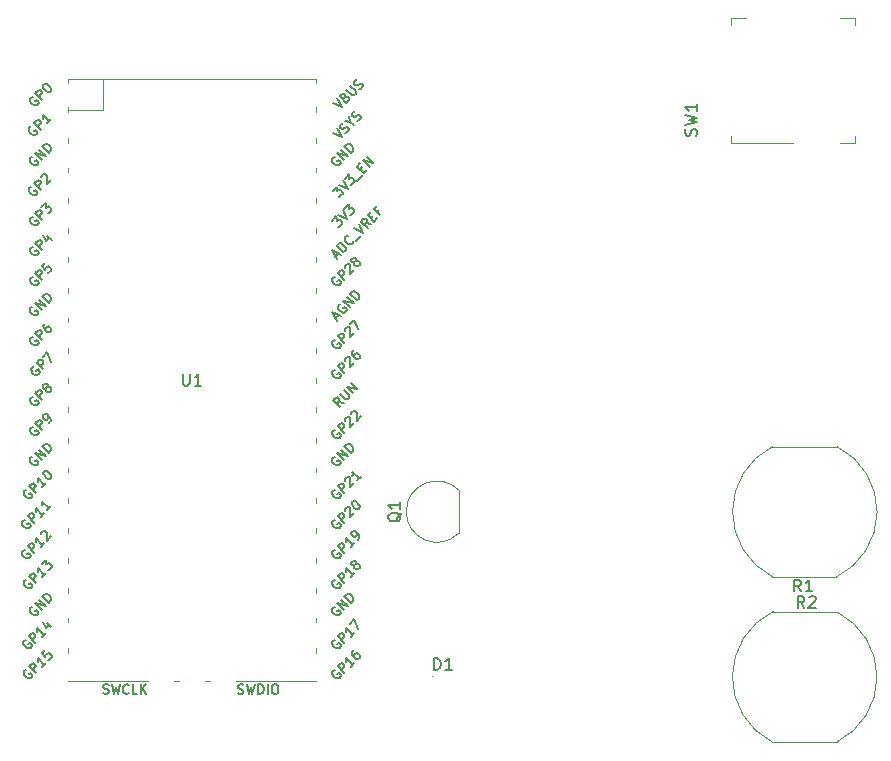
<source format=gbr>
%TF.GenerationSoftware,KiCad,Pcbnew,8.0.0*%
%TF.CreationDate,2024-04-01T11:29:53-03:00*%
%TF.ProjectId,Aula-pcb,41756c61-2d70-4636-922e-6b696361645f,rev?*%
%TF.SameCoordinates,Original*%
%TF.FileFunction,Legend,Top*%
%TF.FilePolarity,Positive*%
%FSLAX46Y46*%
G04 Gerber Fmt 4.6, Leading zero omitted, Abs format (unit mm)*
G04 Created by KiCad (PCBNEW 8.0.0) date 2024-04-01 11:29:53*
%MOMM*%
%LPD*%
G01*
G04 APERTURE LIST*
%ADD10C,0.150000*%
%ADD11C,0.120000*%
%ADD12C,0.100000*%
G04 APERTURE END LIST*
D10*
X217332200Y-77158332D02*
X217379819Y-77015475D01*
X217379819Y-77015475D02*
X217379819Y-76777380D01*
X217379819Y-76777380D02*
X217332200Y-76682142D01*
X217332200Y-76682142D02*
X217284580Y-76634523D01*
X217284580Y-76634523D02*
X217189342Y-76586904D01*
X217189342Y-76586904D02*
X217094104Y-76586904D01*
X217094104Y-76586904D02*
X216998866Y-76634523D01*
X216998866Y-76634523D02*
X216951247Y-76682142D01*
X216951247Y-76682142D02*
X216903628Y-76777380D01*
X216903628Y-76777380D02*
X216856009Y-76967856D01*
X216856009Y-76967856D02*
X216808390Y-77063094D01*
X216808390Y-77063094D02*
X216760771Y-77110713D01*
X216760771Y-77110713D02*
X216665533Y-77158332D01*
X216665533Y-77158332D02*
X216570295Y-77158332D01*
X216570295Y-77158332D02*
X216475057Y-77110713D01*
X216475057Y-77110713D02*
X216427438Y-77063094D01*
X216427438Y-77063094D02*
X216379819Y-76967856D01*
X216379819Y-76967856D02*
X216379819Y-76729761D01*
X216379819Y-76729761D02*
X216427438Y-76586904D01*
X216379819Y-76253570D02*
X217379819Y-76015475D01*
X217379819Y-76015475D02*
X216665533Y-75824999D01*
X216665533Y-75824999D02*
X217379819Y-75634523D01*
X217379819Y-75634523D02*
X216379819Y-75396428D01*
X217379819Y-74491666D02*
X217379819Y-75063094D01*
X217379819Y-74777380D02*
X216379819Y-74777380D01*
X216379819Y-74777380D02*
X216522676Y-74872618D01*
X216522676Y-74872618D02*
X216617914Y-74967856D01*
X216617914Y-74967856D02*
X216665533Y-75063094D01*
X226478333Y-117154819D02*
X226145000Y-116678628D01*
X225906905Y-117154819D02*
X225906905Y-116154819D01*
X225906905Y-116154819D02*
X226287857Y-116154819D01*
X226287857Y-116154819D02*
X226383095Y-116202438D01*
X226383095Y-116202438D02*
X226430714Y-116250057D01*
X226430714Y-116250057D02*
X226478333Y-116345295D01*
X226478333Y-116345295D02*
X226478333Y-116488152D01*
X226478333Y-116488152D02*
X226430714Y-116583390D01*
X226430714Y-116583390D02*
X226383095Y-116631009D01*
X226383095Y-116631009D02*
X226287857Y-116678628D01*
X226287857Y-116678628D02*
X225906905Y-116678628D01*
X226859286Y-116250057D02*
X226906905Y-116202438D01*
X226906905Y-116202438D02*
X227002143Y-116154819D01*
X227002143Y-116154819D02*
X227240238Y-116154819D01*
X227240238Y-116154819D02*
X227335476Y-116202438D01*
X227335476Y-116202438D02*
X227383095Y-116250057D01*
X227383095Y-116250057D02*
X227430714Y-116345295D01*
X227430714Y-116345295D02*
X227430714Y-116440533D01*
X227430714Y-116440533D02*
X227383095Y-116583390D01*
X227383095Y-116583390D02*
X226811667Y-117154819D01*
X226811667Y-117154819D02*
X227430714Y-117154819D01*
X226188333Y-115754819D02*
X225855000Y-115278628D01*
X225616905Y-115754819D02*
X225616905Y-114754819D01*
X225616905Y-114754819D02*
X225997857Y-114754819D01*
X225997857Y-114754819D02*
X226093095Y-114802438D01*
X226093095Y-114802438D02*
X226140714Y-114850057D01*
X226140714Y-114850057D02*
X226188333Y-114945295D01*
X226188333Y-114945295D02*
X226188333Y-115088152D01*
X226188333Y-115088152D02*
X226140714Y-115183390D01*
X226140714Y-115183390D02*
X226093095Y-115231009D01*
X226093095Y-115231009D02*
X225997857Y-115278628D01*
X225997857Y-115278628D02*
X225616905Y-115278628D01*
X227140714Y-115754819D02*
X226569286Y-115754819D01*
X226855000Y-115754819D02*
X226855000Y-114754819D01*
X226855000Y-114754819D02*
X226759762Y-114897676D01*
X226759762Y-114897676D02*
X226664524Y-114992914D01*
X226664524Y-114992914D02*
X226569286Y-115040533D01*
X192350057Y-109095238D02*
X192302438Y-109190476D01*
X192302438Y-109190476D02*
X192207200Y-109285714D01*
X192207200Y-109285714D02*
X192064342Y-109428571D01*
X192064342Y-109428571D02*
X192016723Y-109523809D01*
X192016723Y-109523809D02*
X192016723Y-109619047D01*
X192254819Y-109571428D02*
X192207200Y-109666666D01*
X192207200Y-109666666D02*
X192111961Y-109761904D01*
X192111961Y-109761904D02*
X191921485Y-109809523D01*
X191921485Y-109809523D02*
X191588152Y-109809523D01*
X191588152Y-109809523D02*
X191397676Y-109761904D01*
X191397676Y-109761904D02*
X191302438Y-109666666D01*
X191302438Y-109666666D02*
X191254819Y-109571428D01*
X191254819Y-109571428D02*
X191254819Y-109380952D01*
X191254819Y-109380952D02*
X191302438Y-109285714D01*
X191302438Y-109285714D02*
X191397676Y-109190476D01*
X191397676Y-109190476D02*
X191588152Y-109142857D01*
X191588152Y-109142857D02*
X191921485Y-109142857D01*
X191921485Y-109142857D02*
X192111961Y-109190476D01*
X192111961Y-109190476D02*
X192207200Y-109285714D01*
X192207200Y-109285714D02*
X192254819Y-109380952D01*
X192254819Y-109380952D02*
X192254819Y-109571428D01*
X192254819Y-108190476D02*
X192254819Y-108761904D01*
X192254819Y-108476190D02*
X191254819Y-108476190D01*
X191254819Y-108476190D02*
X191397676Y-108571428D01*
X191397676Y-108571428D02*
X191492914Y-108666666D01*
X191492914Y-108666666D02*
X191540533Y-108761904D01*
X195106905Y-122404819D02*
X195106905Y-121404819D01*
X195106905Y-121404819D02*
X195345000Y-121404819D01*
X195345000Y-121404819D02*
X195487857Y-121452438D01*
X195487857Y-121452438D02*
X195583095Y-121547676D01*
X195583095Y-121547676D02*
X195630714Y-121642914D01*
X195630714Y-121642914D02*
X195678333Y-121833390D01*
X195678333Y-121833390D02*
X195678333Y-121976247D01*
X195678333Y-121976247D02*
X195630714Y-122166723D01*
X195630714Y-122166723D02*
X195583095Y-122261961D01*
X195583095Y-122261961D02*
X195487857Y-122357200D01*
X195487857Y-122357200D02*
X195345000Y-122404819D01*
X195345000Y-122404819D02*
X195106905Y-122404819D01*
X196630714Y-122404819D02*
X196059286Y-122404819D01*
X196345000Y-122404819D02*
X196345000Y-121404819D01*
X196345000Y-121404819D02*
X196249762Y-121547676D01*
X196249762Y-121547676D02*
X196154524Y-121642914D01*
X196154524Y-121642914D02*
X196059286Y-121690533D01*
X173848095Y-97324819D02*
X173848095Y-98134342D01*
X173848095Y-98134342D02*
X173895714Y-98229580D01*
X173895714Y-98229580D02*
X173943333Y-98277200D01*
X173943333Y-98277200D02*
X174038571Y-98324819D01*
X174038571Y-98324819D02*
X174229047Y-98324819D01*
X174229047Y-98324819D02*
X174324285Y-98277200D01*
X174324285Y-98277200D02*
X174371904Y-98229580D01*
X174371904Y-98229580D02*
X174419523Y-98134342D01*
X174419523Y-98134342D02*
X174419523Y-97324819D01*
X175419523Y-98324819D02*
X174848095Y-98324819D01*
X175133809Y-98324819D02*
X175133809Y-97324819D01*
X175133809Y-97324819D02*
X175038571Y-97467676D01*
X175038571Y-97467676D02*
X174943333Y-97562914D01*
X174943333Y-97562914D02*
X174848095Y-97610533D01*
X161096435Y-104368431D02*
X161015623Y-104395368D01*
X161015623Y-104395368D02*
X160934811Y-104476180D01*
X160934811Y-104476180D02*
X160880936Y-104583930D01*
X160880936Y-104583930D02*
X160880936Y-104691680D01*
X160880936Y-104691680D02*
X160907873Y-104772492D01*
X160907873Y-104772492D02*
X160988685Y-104907179D01*
X160988685Y-104907179D02*
X161069498Y-104987991D01*
X161069498Y-104987991D02*
X161204185Y-105068803D01*
X161204185Y-105068803D02*
X161284997Y-105095741D01*
X161284997Y-105095741D02*
X161392746Y-105095741D01*
X161392746Y-105095741D02*
X161500496Y-105041866D01*
X161500496Y-105041866D02*
X161554371Y-104987991D01*
X161554371Y-104987991D02*
X161608246Y-104880241D01*
X161608246Y-104880241D02*
X161608246Y-104826367D01*
X161608246Y-104826367D02*
X161419684Y-104637805D01*
X161419684Y-104637805D02*
X161311934Y-104745554D01*
X161904557Y-104637805D02*
X161338872Y-104072119D01*
X161338872Y-104072119D02*
X162227806Y-104314556D01*
X162227806Y-104314556D02*
X161662120Y-103748871D01*
X162497180Y-104045182D02*
X161931494Y-103479497D01*
X161931494Y-103479497D02*
X162066181Y-103344810D01*
X162066181Y-103344810D02*
X162173931Y-103290935D01*
X162173931Y-103290935D02*
X162281680Y-103290935D01*
X162281680Y-103290935D02*
X162362493Y-103317872D01*
X162362493Y-103317872D02*
X162497180Y-103398685D01*
X162497180Y-103398685D02*
X162577992Y-103479497D01*
X162577992Y-103479497D02*
X162658804Y-103614184D01*
X162658804Y-103614184D02*
X162685741Y-103694996D01*
X162685741Y-103694996D02*
X162685741Y-103802746D01*
X162685741Y-103802746D02*
X162631867Y-103910495D01*
X162631867Y-103910495D02*
X162497180Y-104045182D01*
X186530749Y-76940242D02*
X187284996Y-77317366D01*
X187284996Y-77317366D02*
X186907873Y-76563118D01*
X187608245Y-76940242D02*
X187715995Y-76886367D01*
X187715995Y-76886367D02*
X187850682Y-76751680D01*
X187850682Y-76751680D02*
X187877619Y-76670868D01*
X187877619Y-76670868D02*
X187877619Y-76616993D01*
X187877619Y-76616993D02*
X187850682Y-76536181D01*
X187850682Y-76536181D02*
X187796807Y-76482306D01*
X187796807Y-76482306D02*
X187715995Y-76455369D01*
X187715995Y-76455369D02*
X187662120Y-76455369D01*
X187662120Y-76455369D02*
X187581308Y-76482306D01*
X187581308Y-76482306D02*
X187446621Y-76563118D01*
X187446621Y-76563118D02*
X187365808Y-76590056D01*
X187365808Y-76590056D02*
X187311934Y-76590056D01*
X187311934Y-76590056D02*
X187231121Y-76563118D01*
X187231121Y-76563118D02*
X187177247Y-76509244D01*
X187177247Y-76509244D02*
X187150309Y-76428431D01*
X187150309Y-76428431D02*
X187150309Y-76374557D01*
X187150309Y-76374557D02*
X187177247Y-76293744D01*
X187177247Y-76293744D02*
X187311934Y-76159057D01*
X187311934Y-76159057D02*
X187419683Y-76105183D01*
X188039244Y-76024370D02*
X188308618Y-76293744D01*
X187554370Y-75916621D02*
X188039244Y-76024370D01*
X188039244Y-76024370D02*
X187931494Y-75539497D01*
X188631866Y-75916621D02*
X188739616Y-75862746D01*
X188739616Y-75862746D02*
X188874303Y-75728059D01*
X188874303Y-75728059D02*
X188901240Y-75647247D01*
X188901240Y-75647247D02*
X188901240Y-75593372D01*
X188901240Y-75593372D02*
X188874303Y-75512560D01*
X188874303Y-75512560D02*
X188820428Y-75458685D01*
X188820428Y-75458685D02*
X188739616Y-75431748D01*
X188739616Y-75431748D02*
X188685741Y-75431748D01*
X188685741Y-75431748D02*
X188604929Y-75458685D01*
X188604929Y-75458685D02*
X188470242Y-75539497D01*
X188470242Y-75539497D02*
X188389430Y-75566435D01*
X188389430Y-75566435D02*
X188335555Y-75566435D01*
X188335555Y-75566435D02*
X188254743Y-75539497D01*
X188254743Y-75539497D02*
X188200868Y-75485622D01*
X188200868Y-75485622D02*
X188173930Y-75404810D01*
X188173930Y-75404810D02*
X188173930Y-75350935D01*
X188173930Y-75350935D02*
X188200868Y-75270123D01*
X188200868Y-75270123D02*
X188335555Y-75135436D01*
X188335555Y-75135436D02*
X188443304Y-75081561D01*
X160453998Y-112230868D02*
X160373185Y-112257805D01*
X160373185Y-112257805D02*
X160292373Y-112338618D01*
X160292373Y-112338618D02*
X160238498Y-112446367D01*
X160238498Y-112446367D02*
X160238498Y-112554117D01*
X160238498Y-112554117D02*
X160265436Y-112634929D01*
X160265436Y-112634929D02*
X160346248Y-112769616D01*
X160346248Y-112769616D02*
X160427060Y-112850428D01*
X160427060Y-112850428D02*
X160561747Y-112931241D01*
X160561747Y-112931241D02*
X160642560Y-112958178D01*
X160642560Y-112958178D02*
X160750309Y-112958178D01*
X160750309Y-112958178D02*
X160858059Y-112904303D01*
X160858059Y-112904303D02*
X160911934Y-112850428D01*
X160911934Y-112850428D02*
X160965808Y-112742679D01*
X160965808Y-112742679D02*
X160965808Y-112688804D01*
X160965808Y-112688804D02*
X160777247Y-112500242D01*
X160777247Y-112500242D02*
X160669497Y-112607992D01*
X161262120Y-112500242D02*
X160696434Y-111934557D01*
X160696434Y-111934557D02*
X160911934Y-111719057D01*
X160911934Y-111719057D02*
X160992746Y-111692120D01*
X160992746Y-111692120D02*
X161046621Y-111692120D01*
X161046621Y-111692120D02*
X161127433Y-111719057D01*
X161127433Y-111719057D02*
X161208245Y-111799870D01*
X161208245Y-111799870D02*
X161235182Y-111880682D01*
X161235182Y-111880682D02*
X161235182Y-111934557D01*
X161235182Y-111934557D02*
X161208245Y-112015369D01*
X161208245Y-112015369D02*
X160992746Y-112230868D01*
X162124117Y-111638245D02*
X161800868Y-111961494D01*
X161962492Y-111799870D02*
X161396807Y-111234184D01*
X161396807Y-111234184D02*
X161423744Y-111368871D01*
X161423744Y-111368871D02*
X161423744Y-111476621D01*
X161423744Y-111476621D02*
X161396807Y-111557433D01*
X161827805Y-110910935D02*
X161827805Y-110857060D01*
X161827805Y-110857060D02*
X161854743Y-110776248D01*
X161854743Y-110776248D02*
X161989430Y-110641561D01*
X161989430Y-110641561D02*
X162070242Y-110614624D01*
X162070242Y-110614624D02*
X162124117Y-110614624D01*
X162124117Y-110614624D02*
X162204929Y-110641561D01*
X162204929Y-110641561D02*
X162258804Y-110695436D01*
X162258804Y-110695436D02*
X162312679Y-110803186D01*
X162312679Y-110803186D02*
X162312679Y-111449683D01*
X162312679Y-111449683D02*
X162662865Y-111099497D01*
X161096435Y-78968431D02*
X161015623Y-78995368D01*
X161015623Y-78995368D02*
X160934811Y-79076180D01*
X160934811Y-79076180D02*
X160880936Y-79183930D01*
X160880936Y-79183930D02*
X160880936Y-79291680D01*
X160880936Y-79291680D02*
X160907873Y-79372492D01*
X160907873Y-79372492D02*
X160988685Y-79507179D01*
X160988685Y-79507179D02*
X161069498Y-79587991D01*
X161069498Y-79587991D02*
X161204185Y-79668803D01*
X161204185Y-79668803D02*
X161284997Y-79695741D01*
X161284997Y-79695741D02*
X161392746Y-79695741D01*
X161392746Y-79695741D02*
X161500496Y-79641866D01*
X161500496Y-79641866D02*
X161554371Y-79587991D01*
X161554371Y-79587991D02*
X161608246Y-79480241D01*
X161608246Y-79480241D02*
X161608246Y-79426367D01*
X161608246Y-79426367D02*
X161419684Y-79237805D01*
X161419684Y-79237805D02*
X161311934Y-79345554D01*
X161904557Y-79237805D02*
X161338872Y-78672119D01*
X161338872Y-78672119D02*
X162227806Y-78914556D01*
X162227806Y-78914556D02*
X161662120Y-78348871D01*
X162497180Y-78645182D02*
X161931494Y-78079497D01*
X161931494Y-78079497D02*
X162066181Y-77944810D01*
X162066181Y-77944810D02*
X162173931Y-77890935D01*
X162173931Y-77890935D02*
X162281680Y-77890935D01*
X162281680Y-77890935D02*
X162362493Y-77917872D01*
X162362493Y-77917872D02*
X162497180Y-77998685D01*
X162497180Y-77998685D02*
X162577992Y-78079497D01*
X162577992Y-78079497D02*
X162658804Y-78214184D01*
X162658804Y-78214184D02*
X162685741Y-78294996D01*
X162685741Y-78294996D02*
X162685741Y-78402746D01*
X162685741Y-78402746D02*
X162631867Y-78510495D01*
X162631867Y-78510495D02*
X162497180Y-78645182D01*
X161123372Y-86561494D02*
X161042560Y-86588431D01*
X161042560Y-86588431D02*
X160961748Y-86669243D01*
X160961748Y-86669243D02*
X160907873Y-86776993D01*
X160907873Y-86776993D02*
X160907873Y-86884742D01*
X160907873Y-86884742D02*
X160934810Y-86965555D01*
X160934810Y-86965555D02*
X161015623Y-87100242D01*
X161015623Y-87100242D02*
X161096435Y-87181054D01*
X161096435Y-87181054D02*
X161231122Y-87261866D01*
X161231122Y-87261866D02*
X161311934Y-87288803D01*
X161311934Y-87288803D02*
X161419684Y-87288803D01*
X161419684Y-87288803D02*
X161527433Y-87234929D01*
X161527433Y-87234929D02*
X161581308Y-87181054D01*
X161581308Y-87181054D02*
X161635183Y-87073304D01*
X161635183Y-87073304D02*
X161635183Y-87019429D01*
X161635183Y-87019429D02*
X161446621Y-86830868D01*
X161446621Y-86830868D02*
X161338871Y-86938617D01*
X161931494Y-86830868D02*
X161365809Y-86265182D01*
X161365809Y-86265182D02*
X161581308Y-86049683D01*
X161581308Y-86049683D02*
X161662120Y-86022746D01*
X161662120Y-86022746D02*
X161715995Y-86022746D01*
X161715995Y-86022746D02*
X161796807Y-86049683D01*
X161796807Y-86049683D02*
X161877619Y-86130495D01*
X161877619Y-86130495D02*
X161904557Y-86211307D01*
X161904557Y-86211307D02*
X161904557Y-86265182D01*
X161904557Y-86265182D02*
X161877619Y-86345994D01*
X161877619Y-86345994D02*
X161662120Y-86561494D01*
X162362493Y-85645622D02*
X162739616Y-86022746D01*
X162012306Y-85564810D02*
X162281680Y-86103558D01*
X162281680Y-86103558D02*
X162631867Y-85753372D01*
X186532407Y-81828584D02*
X186882593Y-81478398D01*
X186882593Y-81478398D02*
X186909531Y-81882459D01*
X186909531Y-81882459D02*
X186990343Y-81801646D01*
X186990343Y-81801646D02*
X187071155Y-81774709D01*
X187071155Y-81774709D02*
X187125030Y-81774709D01*
X187125030Y-81774709D02*
X187205842Y-81801646D01*
X187205842Y-81801646D02*
X187340529Y-81936333D01*
X187340529Y-81936333D02*
X187367467Y-82017146D01*
X187367467Y-82017146D02*
X187367467Y-82071020D01*
X187367467Y-82071020D02*
X187340529Y-82151833D01*
X187340529Y-82151833D02*
X187178905Y-82313457D01*
X187178905Y-82313457D02*
X187098093Y-82340394D01*
X187098093Y-82340394D02*
X187044218Y-82340394D01*
X187044218Y-81316773D02*
X187798465Y-81693897D01*
X187798465Y-81693897D02*
X187421342Y-80939649D01*
X187556028Y-80804963D02*
X187906215Y-80454776D01*
X187906215Y-80454776D02*
X187933152Y-80858837D01*
X187933152Y-80858837D02*
X188013964Y-80778025D01*
X188013964Y-80778025D02*
X188094776Y-80751088D01*
X188094776Y-80751088D02*
X188148651Y-80751088D01*
X188148651Y-80751088D02*
X188229464Y-80778025D01*
X188229464Y-80778025D02*
X188364151Y-80912712D01*
X188364151Y-80912712D02*
X188391088Y-80993524D01*
X188391088Y-80993524D02*
X188391088Y-81047399D01*
X188391088Y-81047399D02*
X188364151Y-81128211D01*
X188364151Y-81128211D02*
X188202526Y-81289836D01*
X188202526Y-81289836D02*
X188121714Y-81316773D01*
X188121714Y-81316773D02*
X188067839Y-81316773D01*
X188633525Y-80966587D02*
X189064523Y-80535588D01*
X188849024Y-80050715D02*
X189037586Y-79862153D01*
X189414709Y-80077652D02*
X189145335Y-80347026D01*
X189145335Y-80347026D02*
X188579650Y-79781341D01*
X188579650Y-79781341D02*
X188849024Y-79511967D01*
X189657146Y-79835215D02*
X189091461Y-79269530D01*
X189091461Y-79269530D02*
X189980395Y-79511967D01*
X189980395Y-79511967D02*
X189414710Y-78946281D01*
X187448651Y-99813710D02*
X186990716Y-99732898D01*
X187125403Y-100136959D02*
X186559717Y-99571274D01*
X186559717Y-99571274D02*
X186775216Y-99355775D01*
X186775216Y-99355775D02*
X186856029Y-99328837D01*
X186856029Y-99328837D02*
X186909903Y-99328837D01*
X186909903Y-99328837D02*
X186990716Y-99355775D01*
X186990716Y-99355775D02*
X187071528Y-99436587D01*
X187071528Y-99436587D02*
X187098465Y-99517399D01*
X187098465Y-99517399D02*
X187098465Y-99571274D01*
X187098465Y-99571274D02*
X187071528Y-99652086D01*
X187071528Y-99652086D02*
X186856029Y-99867585D01*
X187125403Y-99005588D02*
X187583338Y-99463524D01*
X187583338Y-99463524D02*
X187664151Y-99490462D01*
X187664151Y-99490462D02*
X187718025Y-99490462D01*
X187718025Y-99490462D02*
X187798838Y-99463524D01*
X187798838Y-99463524D02*
X187906587Y-99355775D01*
X187906587Y-99355775D02*
X187933525Y-99274962D01*
X187933525Y-99274962D02*
X187933525Y-99221088D01*
X187933525Y-99221088D02*
X187906587Y-99140275D01*
X187906587Y-99140275D02*
X187448651Y-98682340D01*
X188283711Y-98978651D02*
X187718025Y-98412966D01*
X187718025Y-98412966D02*
X188606959Y-98655402D01*
X188606959Y-98655402D02*
X188041274Y-98089717D01*
X161123372Y-89101494D02*
X161042560Y-89128431D01*
X161042560Y-89128431D02*
X160961748Y-89209243D01*
X160961748Y-89209243D02*
X160907873Y-89316993D01*
X160907873Y-89316993D02*
X160907873Y-89424742D01*
X160907873Y-89424742D02*
X160934810Y-89505555D01*
X160934810Y-89505555D02*
X161015623Y-89640242D01*
X161015623Y-89640242D02*
X161096435Y-89721054D01*
X161096435Y-89721054D02*
X161231122Y-89801866D01*
X161231122Y-89801866D02*
X161311934Y-89828803D01*
X161311934Y-89828803D02*
X161419684Y-89828803D01*
X161419684Y-89828803D02*
X161527433Y-89774929D01*
X161527433Y-89774929D02*
X161581308Y-89721054D01*
X161581308Y-89721054D02*
X161635183Y-89613304D01*
X161635183Y-89613304D02*
X161635183Y-89559429D01*
X161635183Y-89559429D02*
X161446621Y-89370868D01*
X161446621Y-89370868D02*
X161338871Y-89478617D01*
X161931494Y-89370868D02*
X161365809Y-88805182D01*
X161365809Y-88805182D02*
X161581308Y-88589683D01*
X161581308Y-88589683D02*
X161662120Y-88562746D01*
X161662120Y-88562746D02*
X161715995Y-88562746D01*
X161715995Y-88562746D02*
X161796807Y-88589683D01*
X161796807Y-88589683D02*
X161877619Y-88670495D01*
X161877619Y-88670495D02*
X161904557Y-88751307D01*
X161904557Y-88751307D02*
X161904557Y-88805182D01*
X161904557Y-88805182D02*
X161877619Y-88885994D01*
X161877619Y-88885994D02*
X161662120Y-89101494D01*
X162200868Y-87970123D02*
X161931494Y-88239497D01*
X161931494Y-88239497D02*
X162173931Y-88535808D01*
X162173931Y-88535808D02*
X162173931Y-88481933D01*
X162173931Y-88481933D02*
X162200868Y-88401121D01*
X162200868Y-88401121D02*
X162335555Y-88266434D01*
X162335555Y-88266434D02*
X162416367Y-88239497D01*
X162416367Y-88239497D02*
X162470242Y-88239497D01*
X162470242Y-88239497D02*
X162551054Y-88266434D01*
X162551054Y-88266434D02*
X162685741Y-88401121D01*
X162685741Y-88401121D02*
X162712679Y-88481933D01*
X162712679Y-88481933D02*
X162712679Y-88535808D01*
X162712679Y-88535808D02*
X162685741Y-88616620D01*
X162685741Y-88616620D02*
X162551054Y-88751307D01*
X162551054Y-88751307D02*
X162470242Y-88778245D01*
X162470242Y-88778245D02*
X162416367Y-88778245D01*
X161123372Y-99261494D02*
X161042560Y-99288431D01*
X161042560Y-99288431D02*
X160961748Y-99369243D01*
X160961748Y-99369243D02*
X160907873Y-99476993D01*
X160907873Y-99476993D02*
X160907873Y-99584742D01*
X160907873Y-99584742D02*
X160934810Y-99665555D01*
X160934810Y-99665555D02*
X161015623Y-99800242D01*
X161015623Y-99800242D02*
X161096435Y-99881054D01*
X161096435Y-99881054D02*
X161231122Y-99961866D01*
X161231122Y-99961866D02*
X161311934Y-99988803D01*
X161311934Y-99988803D02*
X161419684Y-99988803D01*
X161419684Y-99988803D02*
X161527433Y-99934929D01*
X161527433Y-99934929D02*
X161581308Y-99881054D01*
X161581308Y-99881054D02*
X161635183Y-99773304D01*
X161635183Y-99773304D02*
X161635183Y-99719429D01*
X161635183Y-99719429D02*
X161446621Y-99530868D01*
X161446621Y-99530868D02*
X161338871Y-99638617D01*
X161931494Y-99530868D02*
X161365809Y-98965182D01*
X161365809Y-98965182D02*
X161581308Y-98749683D01*
X161581308Y-98749683D02*
X161662120Y-98722746D01*
X161662120Y-98722746D02*
X161715995Y-98722746D01*
X161715995Y-98722746D02*
X161796807Y-98749683D01*
X161796807Y-98749683D02*
X161877619Y-98830495D01*
X161877619Y-98830495D02*
X161904557Y-98911307D01*
X161904557Y-98911307D02*
X161904557Y-98965182D01*
X161904557Y-98965182D02*
X161877619Y-99045994D01*
X161877619Y-99045994D02*
X161662120Y-99261494D01*
X162254743Y-98561121D02*
X162173931Y-98588059D01*
X162173931Y-98588059D02*
X162120056Y-98588059D01*
X162120056Y-98588059D02*
X162039244Y-98561121D01*
X162039244Y-98561121D02*
X162012306Y-98534184D01*
X162012306Y-98534184D02*
X161985369Y-98453372D01*
X161985369Y-98453372D02*
X161985369Y-98399497D01*
X161985369Y-98399497D02*
X162012306Y-98318685D01*
X162012306Y-98318685D02*
X162120056Y-98210935D01*
X162120056Y-98210935D02*
X162200868Y-98183998D01*
X162200868Y-98183998D02*
X162254743Y-98183998D01*
X162254743Y-98183998D02*
X162335555Y-98210935D01*
X162335555Y-98210935D02*
X162362493Y-98237872D01*
X162362493Y-98237872D02*
X162389430Y-98318685D01*
X162389430Y-98318685D02*
X162389430Y-98372559D01*
X162389430Y-98372559D02*
X162362493Y-98453372D01*
X162362493Y-98453372D02*
X162254743Y-98561121D01*
X162254743Y-98561121D02*
X162227806Y-98641933D01*
X162227806Y-98641933D02*
X162227806Y-98695808D01*
X162227806Y-98695808D02*
X162254743Y-98776620D01*
X162254743Y-98776620D02*
X162362493Y-98884370D01*
X162362493Y-98884370D02*
X162443305Y-98911307D01*
X162443305Y-98911307D02*
X162497180Y-98911307D01*
X162497180Y-98911307D02*
X162577992Y-98884370D01*
X162577992Y-98884370D02*
X162685741Y-98776620D01*
X162685741Y-98776620D02*
X162712679Y-98695808D01*
X162712679Y-98695808D02*
X162712679Y-98641933D01*
X162712679Y-98641933D02*
X162685741Y-98561121D01*
X162685741Y-98561121D02*
X162577992Y-98453372D01*
X162577992Y-98453372D02*
X162497180Y-98426434D01*
X162497180Y-98426434D02*
X162443305Y-98426434D01*
X162443305Y-98426434D02*
X162362493Y-98453372D01*
X186500123Y-84360868D02*
X186850309Y-84010682D01*
X186850309Y-84010682D02*
X186877247Y-84414743D01*
X186877247Y-84414743D02*
X186958059Y-84333931D01*
X186958059Y-84333931D02*
X187038871Y-84306993D01*
X187038871Y-84306993D02*
X187092746Y-84306993D01*
X187092746Y-84306993D02*
X187173558Y-84333931D01*
X187173558Y-84333931D02*
X187308245Y-84468618D01*
X187308245Y-84468618D02*
X187335182Y-84549430D01*
X187335182Y-84549430D02*
X187335182Y-84603305D01*
X187335182Y-84603305D02*
X187308245Y-84684117D01*
X187308245Y-84684117D02*
X187146621Y-84845741D01*
X187146621Y-84845741D02*
X187065808Y-84872679D01*
X187065808Y-84872679D02*
X187011934Y-84872679D01*
X187011934Y-83849057D02*
X187766181Y-84226181D01*
X187766181Y-84226181D02*
X187389057Y-83471934D01*
X187523744Y-83337247D02*
X187873930Y-82987061D01*
X187873930Y-82987061D02*
X187900868Y-83391122D01*
X187900868Y-83391122D02*
X187981680Y-83310309D01*
X187981680Y-83310309D02*
X188062492Y-83283372D01*
X188062492Y-83283372D02*
X188116367Y-83283372D01*
X188116367Y-83283372D02*
X188197179Y-83310309D01*
X188197179Y-83310309D02*
X188331866Y-83444996D01*
X188331866Y-83444996D02*
X188358804Y-83525809D01*
X188358804Y-83525809D02*
X188358804Y-83579683D01*
X188358804Y-83579683D02*
X188331866Y-83660496D01*
X188331866Y-83660496D02*
X188170242Y-83822120D01*
X188170242Y-83822120D02*
X188089430Y-83849057D01*
X188089430Y-83849057D02*
X188035555Y-83849057D01*
X186707998Y-89116868D02*
X186627185Y-89143805D01*
X186627185Y-89143805D02*
X186546373Y-89224618D01*
X186546373Y-89224618D02*
X186492498Y-89332367D01*
X186492498Y-89332367D02*
X186492498Y-89440117D01*
X186492498Y-89440117D02*
X186519436Y-89520929D01*
X186519436Y-89520929D02*
X186600248Y-89655616D01*
X186600248Y-89655616D02*
X186681060Y-89736428D01*
X186681060Y-89736428D02*
X186815747Y-89817241D01*
X186815747Y-89817241D02*
X186896560Y-89844178D01*
X186896560Y-89844178D02*
X187004309Y-89844178D01*
X187004309Y-89844178D02*
X187112059Y-89790303D01*
X187112059Y-89790303D02*
X187165934Y-89736428D01*
X187165934Y-89736428D02*
X187219808Y-89628679D01*
X187219808Y-89628679D02*
X187219808Y-89574804D01*
X187219808Y-89574804D02*
X187031247Y-89386242D01*
X187031247Y-89386242D02*
X186923497Y-89493992D01*
X187516120Y-89386242D02*
X186950434Y-88820557D01*
X186950434Y-88820557D02*
X187165934Y-88605057D01*
X187165934Y-88605057D02*
X187246746Y-88578120D01*
X187246746Y-88578120D02*
X187300621Y-88578120D01*
X187300621Y-88578120D02*
X187381433Y-88605057D01*
X187381433Y-88605057D02*
X187462245Y-88685870D01*
X187462245Y-88685870D02*
X187489182Y-88766682D01*
X187489182Y-88766682D02*
X187489182Y-88820557D01*
X187489182Y-88820557D02*
X187462245Y-88901369D01*
X187462245Y-88901369D02*
X187246746Y-89116868D01*
X187543057Y-88335683D02*
X187543057Y-88281809D01*
X187543057Y-88281809D02*
X187569995Y-88200996D01*
X187569995Y-88200996D02*
X187704682Y-88066309D01*
X187704682Y-88066309D02*
X187785494Y-88039372D01*
X187785494Y-88039372D02*
X187839369Y-88039372D01*
X187839369Y-88039372D02*
X187920181Y-88066309D01*
X187920181Y-88066309D02*
X187974056Y-88120184D01*
X187974056Y-88120184D02*
X188027930Y-88227934D01*
X188027930Y-88227934D02*
X188027930Y-88874431D01*
X188027930Y-88874431D02*
X188378117Y-88524245D01*
X188378117Y-87877747D02*
X188297305Y-87904685D01*
X188297305Y-87904685D02*
X188243430Y-87904685D01*
X188243430Y-87904685D02*
X188162618Y-87877747D01*
X188162618Y-87877747D02*
X188135680Y-87850810D01*
X188135680Y-87850810D02*
X188108743Y-87769998D01*
X188108743Y-87769998D02*
X188108743Y-87716123D01*
X188108743Y-87716123D02*
X188135680Y-87635311D01*
X188135680Y-87635311D02*
X188243430Y-87527561D01*
X188243430Y-87527561D02*
X188324242Y-87500624D01*
X188324242Y-87500624D02*
X188378117Y-87500624D01*
X188378117Y-87500624D02*
X188458929Y-87527561D01*
X188458929Y-87527561D02*
X188485866Y-87554499D01*
X188485866Y-87554499D02*
X188512804Y-87635311D01*
X188512804Y-87635311D02*
X188512804Y-87689186D01*
X188512804Y-87689186D02*
X188485866Y-87769998D01*
X188485866Y-87769998D02*
X188378117Y-87877747D01*
X188378117Y-87877747D02*
X188351179Y-87958560D01*
X188351179Y-87958560D02*
X188351179Y-88012434D01*
X188351179Y-88012434D02*
X188378117Y-88093247D01*
X188378117Y-88093247D02*
X188485866Y-88200996D01*
X188485866Y-88200996D02*
X188566679Y-88227934D01*
X188566679Y-88227934D02*
X188620553Y-88227934D01*
X188620553Y-88227934D02*
X188701366Y-88200996D01*
X188701366Y-88200996D02*
X188809115Y-88093247D01*
X188809115Y-88093247D02*
X188836053Y-88012434D01*
X188836053Y-88012434D02*
X188836053Y-87958560D01*
X188836053Y-87958560D02*
X188809115Y-87877747D01*
X188809115Y-87877747D02*
X188701366Y-87769998D01*
X188701366Y-87769998D02*
X188620553Y-87743060D01*
X188620553Y-87743060D02*
X188566679Y-87743060D01*
X188566679Y-87743060D02*
X188485866Y-87769998D01*
X186707998Y-96990868D02*
X186627185Y-97017805D01*
X186627185Y-97017805D02*
X186546373Y-97098618D01*
X186546373Y-97098618D02*
X186492498Y-97206367D01*
X186492498Y-97206367D02*
X186492498Y-97314117D01*
X186492498Y-97314117D02*
X186519436Y-97394929D01*
X186519436Y-97394929D02*
X186600248Y-97529616D01*
X186600248Y-97529616D02*
X186681060Y-97610428D01*
X186681060Y-97610428D02*
X186815747Y-97691241D01*
X186815747Y-97691241D02*
X186896560Y-97718178D01*
X186896560Y-97718178D02*
X187004309Y-97718178D01*
X187004309Y-97718178D02*
X187112059Y-97664303D01*
X187112059Y-97664303D02*
X187165934Y-97610428D01*
X187165934Y-97610428D02*
X187219808Y-97502679D01*
X187219808Y-97502679D02*
X187219808Y-97448804D01*
X187219808Y-97448804D02*
X187031247Y-97260242D01*
X187031247Y-97260242D02*
X186923497Y-97367992D01*
X187516120Y-97260242D02*
X186950434Y-96694557D01*
X186950434Y-96694557D02*
X187165934Y-96479057D01*
X187165934Y-96479057D02*
X187246746Y-96452120D01*
X187246746Y-96452120D02*
X187300621Y-96452120D01*
X187300621Y-96452120D02*
X187381433Y-96479057D01*
X187381433Y-96479057D02*
X187462245Y-96559870D01*
X187462245Y-96559870D02*
X187489182Y-96640682D01*
X187489182Y-96640682D02*
X187489182Y-96694557D01*
X187489182Y-96694557D02*
X187462245Y-96775369D01*
X187462245Y-96775369D02*
X187246746Y-96990868D01*
X187543057Y-96209683D02*
X187543057Y-96155809D01*
X187543057Y-96155809D02*
X187569995Y-96074996D01*
X187569995Y-96074996D02*
X187704682Y-95940309D01*
X187704682Y-95940309D02*
X187785494Y-95913372D01*
X187785494Y-95913372D02*
X187839369Y-95913372D01*
X187839369Y-95913372D02*
X187920181Y-95940309D01*
X187920181Y-95940309D02*
X187974056Y-95994184D01*
X187974056Y-95994184D02*
X188027930Y-96101934D01*
X188027930Y-96101934D02*
X188027930Y-96748431D01*
X188027930Y-96748431D02*
X188378117Y-96398245D01*
X188297305Y-95347686D02*
X188189555Y-95455436D01*
X188189555Y-95455436D02*
X188162618Y-95536248D01*
X188162618Y-95536248D02*
X188162618Y-95590123D01*
X188162618Y-95590123D02*
X188189555Y-95724810D01*
X188189555Y-95724810D02*
X188270367Y-95859497D01*
X188270367Y-95859497D02*
X188485866Y-96074996D01*
X188485866Y-96074996D02*
X188566679Y-96101934D01*
X188566679Y-96101934D02*
X188620553Y-96101934D01*
X188620553Y-96101934D02*
X188701366Y-96074996D01*
X188701366Y-96074996D02*
X188809115Y-95967247D01*
X188809115Y-95967247D02*
X188836053Y-95886434D01*
X188836053Y-95886434D02*
X188836053Y-95832560D01*
X188836053Y-95832560D02*
X188809115Y-95751747D01*
X188809115Y-95751747D02*
X188674428Y-95617060D01*
X188674428Y-95617060D02*
X188593616Y-95590123D01*
X188593616Y-95590123D02*
X188539741Y-95590123D01*
X188539741Y-95590123D02*
X188458929Y-95617060D01*
X188458929Y-95617060D02*
X188351179Y-95724810D01*
X188351179Y-95724810D02*
X188324242Y-95805622D01*
X188324242Y-95805622D02*
X188324242Y-95859497D01*
X188324242Y-95859497D02*
X188351179Y-95940309D01*
X186696435Y-78968431D02*
X186615623Y-78995368D01*
X186615623Y-78995368D02*
X186534811Y-79076180D01*
X186534811Y-79076180D02*
X186480936Y-79183930D01*
X186480936Y-79183930D02*
X186480936Y-79291680D01*
X186480936Y-79291680D02*
X186507873Y-79372492D01*
X186507873Y-79372492D02*
X186588685Y-79507179D01*
X186588685Y-79507179D02*
X186669498Y-79587991D01*
X186669498Y-79587991D02*
X186804185Y-79668803D01*
X186804185Y-79668803D02*
X186884997Y-79695741D01*
X186884997Y-79695741D02*
X186992746Y-79695741D01*
X186992746Y-79695741D02*
X187100496Y-79641866D01*
X187100496Y-79641866D02*
X187154371Y-79587991D01*
X187154371Y-79587991D02*
X187208246Y-79480241D01*
X187208246Y-79480241D02*
X187208246Y-79426367D01*
X187208246Y-79426367D02*
X187019684Y-79237805D01*
X187019684Y-79237805D02*
X186911934Y-79345554D01*
X187504557Y-79237805D02*
X186938872Y-78672119D01*
X186938872Y-78672119D02*
X187827806Y-78914556D01*
X187827806Y-78914556D02*
X187262120Y-78348871D01*
X188097180Y-78645182D02*
X187531494Y-78079497D01*
X187531494Y-78079497D02*
X187666181Y-77944810D01*
X187666181Y-77944810D02*
X187773931Y-77890935D01*
X187773931Y-77890935D02*
X187881680Y-77890935D01*
X187881680Y-77890935D02*
X187962493Y-77917872D01*
X187962493Y-77917872D02*
X188097180Y-77998685D01*
X188097180Y-77998685D02*
X188177992Y-78079497D01*
X188177992Y-78079497D02*
X188258804Y-78214184D01*
X188258804Y-78214184D02*
X188285741Y-78294996D01*
X188285741Y-78294996D02*
X188285741Y-78402746D01*
X188285741Y-78402746D02*
X188231867Y-78510495D01*
X188231867Y-78510495D02*
X188097180Y-78645182D01*
X161096435Y-91668431D02*
X161015623Y-91695368D01*
X161015623Y-91695368D02*
X160934811Y-91776180D01*
X160934811Y-91776180D02*
X160880936Y-91883930D01*
X160880936Y-91883930D02*
X160880936Y-91991680D01*
X160880936Y-91991680D02*
X160907873Y-92072492D01*
X160907873Y-92072492D02*
X160988685Y-92207179D01*
X160988685Y-92207179D02*
X161069498Y-92287991D01*
X161069498Y-92287991D02*
X161204185Y-92368803D01*
X161204185Y-92368803D02*
X161284997Y-92395741D01*
X161284997Y-92395741D02*
X161392746Y-92395741D01*
X161392746Y-92395741D02*
X161500496Y-92341866D01*
X161500496Y-92341866D02*
X161554371Y-92287991D01*
X161554371Y-92287991D02*
X161608246Y-92180241D01*
X161608246Y-92180241D02*
X161608246Y-92126367D01*
X161608246Y-92126367D02*
X161419684Y-91937805D01*
X161419684Y-91937805D02*
X161311934Y-92045554D01*
X161904557Y-91937805D02*
X161338872Y-91372119D01*
X161338872Y-91372119D02*
X162227806Y-91614556D01*
X162227806Y-91614556D02*
X161662120Y-91048871D01*
X162497180Y-91345182D02*
X161931494Y-90779497D01*
X161931494Y-90779497D02*
X162066181Y-90644810D01*
X162066181Y-90644810D02*
X162173931Y-90590935D01*
X162173931Y-90590935D02*
X162281680Y-90590935D01*
X162281680Y-90590935D02*
X162362493Y-90617872D01*
X162362493Y-90617872D02*
X162497180Y-90698685D01*
X162497180Y-90698685D02*
X162577992Y-90779497D01*
X162577992Y-90779497D02*
X162658804Y-90914184D01*
X162658804Y-90914184D02*
X162685741Y-90994996D01*
X162685741Y-90994996D02*
X162685741Y-91102746D01*
X162685741Y-91102746D02*
X162631867Y-91210495D01*
X162631867Y-91210495D02*
X162497180Y-91345182D01*
X160453998Y-109690868D02*
X160373185Y-109717805D01*
X160373185Y-109717805D02*
X160292373Y-109798618D01*
X160292373Y-109798618D02*
X160238498Y-109906367D01*
X160238498Y-109906367D02*
X160238498Y-110014117D01*
X160238498Y-110014117D02*
X160265436Y-110094929D01*
X160265436Y-110094929D02*
X160346248Y-110229616D01*
X160346248Y-110229616D02*
X160427060Y-110310428D01*
X160427060Y-110310428D02*
X160561747Y-110391241D01*
X160561747Y-110391241D02*
X160642560Y-110418178D01*
X160642560Y-110418178D02*
X160750309Y-110418178D01*
X160750309Y-110418178D02*
X160858059Y-110364303D01*
X160858059Y-110364303D02*
X160911934Y-110310428D01*
X160911934Y-110310428D02*
X160965808Y-110202679D01*
X160965808Y-110202679D02*
X160965808Y-110148804D01*
X160965808Y-110148804D02*
X160777247Y-109960242D01*
X160777247Y-109960242D02*
X160669497Y-110067992D01*
X161262120Y-109960242D02*
X160696434Y-109394557D01*
X160696434Y-109394557D02*
X160911934Y-109179057D01*
X160911934Y-109179057D02*
X160992746Y-109152120D01*
X160992746Y-109152120D02*
X161046621Y-109152120D01*
X161046621Y-109152120D02*
X161127433Y-109179057D01*
X161127433Y-109179057D02*
X161208245Y-109259870D01*
X161208245Y-109259870D02*
X161235182Y-109340682D01*
X161235182Y-109340682D02*
X161235182Y-109394557D01*
X161235182Y-109394557D02*
X161208245Y-109475369D01*
X161208245Y-109475369D02*
X160992746Y-109690868D01*
X162124117Y-109098245D02*
X161800868Y-109421494D01*
X161962492Y-109259870D02*
X161396807Y-108694184D01*
X161396807Y-108694184D02*
X161423744Y-108828871D01*
X161423744Y-108828871D02*
X161423744Y-108936621D01*
X161423744Y-108936621D02*
X161396807Y-109017433D01*
X162662865Y-108559497D02*
X162339616Y-108882746D01*
X162501240Y-108721121D02*
X161935555Y-108155436D01*
X161935555Y-108155436D02*
X161962492Y-108290123D01*
X161962492Y-108290123D02*
X161962492Y-108397873D01*
X161962492Y-108397873D02*
X161935555Y-108478685D01*
X186707998Y-114770868D02*
X186627185Y-114797805D01*
X186627185Y-114797805D02*
X186546373Y-114878618D01*
X186546373Y-114878618D02*
X186492498Y-114986367D01*
X186492498Y-114986367D02*
X186492498Y-115094117D01*
X186492498Y-115094117D02*
X186519436Y-115174929D01*
X186519436Y-115174929D02*
X186600248Y-115309616D01*
X186600248Y-115309616D02*
X186681060Y-115390428D01*
X186681060Y-115390428D02*
X186815747Y-115471241D01*
X186815747Y-115471241D02*
X186896560Y-115498178D01*
X186896560Y-115498178D02*
X187004309Y-115498178D01*
X187004309Y-115498178D02*
X187112059Y-115444303D01*
X187112059Y-115444303D02*
X187165934Y-115390428D01*
X187165934Y-115390428D02*
X187219808Y-115282679D01*
X187219808Y-115282679D02*
X187219808Y-115228804D01*
X187219808Y-115228804D02*
X187031247Y-115040242D01*
X187031247Y-115040242D02*
X186923497Y-115147992D01*
X187516120Y-115040242D02*
X186950434Y-114474557D01*
X186950434Y-114474557D02*
X187165934Y-114259057D01*
X187165934Y-114259057D02*
X187246746Y-114232120D01*
X187246746Y-114232120D02*
X187300621Y-114232120D01*
X187300621Y-114232120D02*
X187381433Y-114259057D01*
X187381433Y-114259057D02*
X187462245Y-114339870D01*
X187462245Y-114339870D02*
X187489182Y-114420682D01*
X187489182Y-114420682D02*
X187489182Y-114474557D01*
X187489182Y-114474557D02*
X187462245Y-114555369D01*
X187462245Y-114555369D02*
X187246746Y-114770868D01*
X188378117Y-114178245D02*
X188054868Y-114501494D01*
X188216492Y-114339870D02*
X187650807Y-113774184D01*
X187650807Y-113774184D02*
X187677744Y-113908871D01*
X187677744Y-113908871D02*
X187677744Y-114016621D01*
X187677744Y-114016621D02*
X187650807Y-114097433D01*
X188378117Y-113531747D02*
X188297305Y-113558685D01*
X188297305Y-113558685D02*
X188243430Y-113558685D01*
X188243430Y-113558685D02*
X188162618Y-113531747D01*
X188162618Y-113531747D02*
X188135680Y-113504810D01*
X188135680Y-113504810D02*
X188108743Y-113423998D01*
X188108743Y-113423998D02*
X188108743Y-113370123D01*
X188108743Y-113370123D02*
X188135680Y-113289311D01*
X188135680Y-113289311D02*
X188243430Y-113181561D01*
X188243430Y-113181561D02*
X188324242Y-113154624D01*
X188324242Y-113154624D02*
X188378117Y-113154624D01*
X188378117Y-113154624D02*
X188458929Y-113181561D01*
X188458929Y-113181561D02*
X188485866Y-113208499D01*
X188485866Y-113208499D02*
X188512804Y-113289311D01*
X188512804Y-113289311D02*
X188512804Y-113343186D01*
X188512804Y-113343186D02*
X188485866Y-113423998D01*
X188485866Y-113423998D02*
X188378117Y-113531747D01*
X188378117Y-113531747D02*
X188351179Y-113612560D01*
X188351179Y-113612560D02*
X188351179Y-113666434D01*
X188351179Y-113666434D02*
X188378117Y-113747247D01*
X188378117Y-113747247D02*
X188485866Y-113854996D01*
X188485866Y-113854996D02*
X188566679Y-113881934D01*
X188566679Y-113881934D02*
X188620553Y-113881934D01*
X188620553Y-113881934D02*
X188701366Y-113854996D01*
X188701366Y-113854996D02*
X188809115Y-113747247D01*
X188809115Y-113747247D02*
X188836053Y-113666434D01*
X188836053Y-113666434D02*
X188836053Y-113612560D01*
X188836053Y-113612560D02*
X188809115Y-113531747D01*
X188809115Y-113531747D02*
X188701366Y-113423998D01*
X188701366Y-113423998D02*
X188620553Y-113397060D01*
X188620553Y-113397060D02*
X188566679Y-113397060D01*
X188566679Y-113397060D02*
X188485866Y-113423998D01*
X186563406Y-74397585D02*
X187317653Y-74774709D01*
X187317653Y-74774709D02*
X186940529Y-74020462D01*
X187587027Y-73912712D02*
X187694776Y-73858838D01*
X187694776Y-73858838D02*
X187748651Y-73858838D01*
X187748651Y-73858838D02*
X187829463Y-73885775D01*
X187829463Y-73885775D02*
X187910276Y-73966587D01*
X187910276Y-73966587D02*
X187937213Y-74047399D01*
X187937213Y-74047399D02*
X187937213Y-74101274D01*
X187937213Y-74101274D02*
X187910276Y-74182086D01*
X187910276Y-74182086D02*
X187694776Y-74397586D01*
X187694776Y-74397586D02*
X187129091Y-73831900D01*
X187129091Y-73831900D02*
X187317653Y-73643338D01*
X187317653Y-73643338D02*
X187398465Y-73616401D01*
X187398465Y-73616401D02*
X187452340Y-73616401D01*
X187452340Y-73616401D02*
X187533152Y-73643338D01*
X187533152Y-73643338D02*
X187587027Y-73697213D01*
X187587027Y-73697213D02*
X187613964Y-73778025D01*
X187613964Y-73778025D02*
X187613964Y-73831900D01*
X187613964Y-73831900D02*
X187587027Y-73912712D01*
X187587027Y-73912712D02*
X187398465Y-74101274D01*
X187694776Y-73266215D02*
X188152712Y-73724151D01*
X188152712Y-73724151D02*
X188233524Y-73751088D01*
X188233524Y-73751088D02*
X188287399Y-73751088D01*
X188287399Y-73751088D02*
X188368211Y-73724151D01*
X188368211Y-73724151D02*
X188475961Y-73616401D01*
X188475961Y-73616401D02*
X188502898Y-73535589D01*
X188502898Y-73535589D02*
X188502898Y-73481714D01*
X188502898Y-73481714D02*
X188475961Y-73400902D01*
X188475961Y-73400902D02*
X188018025Y-72942966D01*
X188799210Y-73239277D02*
X188906959Y-73185403D01*
X188906959Y-73185403D02*
X189041646Y-73050716D01*
X189041646Y-73050716D02*
X189068584Y-72969903D01*
X189068584Y-72969903D02*
X189068584Y-72916029D01*
X189068584Y-72916029D02*
X189041646Y-72835216D01*
X189041646Y-72835216D02*
X188987771Y-72781342D01*
X188987771Y-72781342D02*
X188906959Y-72754404D01*
X188906959Y-72754404D02*
X188853084Y-72754404D01*
X188853084Y-72754404D02*
X188772272Y-72781342D01*
X188772272Y-72781342D02*
X188637585Y-72862154D01*
X188637585Y-72862154D02*
X188556773Y-72889091D01*
X188556773Y-72889091D02*
X188502898Y-72889091D01*
X188502898Y-72889091D02*
X188422086Y-72862154D01*
X188422086Y-72862154D02*
X188368211Y-72808279D01*
X188368211Y-72808279D02*
X188341274Y-72727467D01*
X188341274Y-72727467D02*
X188341274Y-72673592D01*
X188341274Y-72673592D02*
X188368211Y-72592780D01*
X188368211Y-72592780D02*
X188502898Y-72458093D01*
X188502898Y-72458093D02*
X188610648Y-72404218D01*
X160599998Y-122390868D02*
X160519185Y-122417805D01*
X160519185Y-122417805D02*
X160438373Y-122498618D01*
X160438373Y-122498618D02*
X160384498Y-122606367D01*
X160384498Y-122606367D02*
X160384498Y-122714117D01*
X160384498Y-122714117D02*
X160411436Y-122794929D01*
X160411436Y-122794929D02*
X160492248Y-122929616D01*
X160492248Y-122929616D02*
X160573060Y-123010428D01*
X160573060Y-123010428D02*
X160707747Y-123091241D01*
X160707747Y-123091241D02*
X160788560Y-123118178D01*
X160788560Y-123118178D02*
X160896309Y-123118178D01*
X160896309Y-123118178D02*
X161004059Y-123064303D01*
X161004059Y-123064303D02*
X161057934Y-123010428D01*
X161057934Y-123010428D02*
X161111808Y-122902679D01*
X161111808Y-122902679D02*
X161111808Y-122848804D01*
X161111808Y-122848804D02*
X160923247Y-122660242D01*
X160923247Y-122660242D02*
X160815497Y-122767992D01*
X161408120Y-122660242D02*
X160842434Y-122094557D01*
X160842434Y-122094557D02*
X161057934Y-121879057D01*
X161057934Y-121879057D02*
X161138746Y-121852120D01*
X161138746Y-121852120D02*
X161192621Y-121852120D01*
X161192621Y-121852120D02*
X161273433Y-121879057D01*
X161273433Y-121879057D02*
X161354245Y-121959870D01*
X161354245Y-121959870D02*
X161381182Y-122040682D01*
X161381182Y-122040682D02*
X161381182Y-122094557D01*
X161381182Y-122094557D02*
X161354245Y-122175369D01*
X161354245Y-122175369D02*
X161138746Y-122390868D01*
X162270117Y-121798245D02*
X161946868Y-122121494D01*
X162108492Y-121959870D02*
X161542807Y-121394184D01*
X161542807Y-121394184D02*
X161569744Y-121528871D01*
X161569744Y-121528871D02*
X161569744Y-121636621D01*
X161569744Y-121636621D02*
X161542807Y-121717433D01*
X162216242Y-120720749D02*
X161946868Y-120990123D01*
X161946868Y-120990123D02*
X162189305Y-121286434D01*
X162189305Y-121286434D02*
X162189305Y-121232560D01*
X162189305Y-121232560D02*
X162216242Y-121151747D01*
X162216242Y-121151747D02*
X162350929Y-121017060D01*
X162350929Y-121017060D02*
X162431741Y-120990123D01*
X162431741Y-120990123D02*
X162485616Y-120990123D01*
X162485616Y-120990123D02*
X162566428Y-121017060D01*
X162566428Y-121017060D02*
X162701115Y-121151747D01*
X162701115Y-121151747D02*
X162728053Y-121232560D01*
X162728053Y-121232560D02*
X162728053Y-121286434D01*
X162728053Y-121286434D02*
X162701115Y-121367247D01*
X162701115Y-121367247D02*
X162566428Y-121501934D01*
X162566428Y-121501934D02*
X162485616Y-121528871D01*
X162485616Y-121528871D02*
X162431741Y-121528871D01*
X160553998Y-119850868D02*
X160473185Y-119877805D01*
X160473185Y-119877805D02*
X160392373Y-119958618D01*
X160392373Y-119958618D02*
X160338498Y-120066367D01*
X160338498Y-120066367D02*
X160338498Y-120174117D01*
X160338498Y-120174117D02*
X160365436Y-120254929D01*
X160365436Y-120254929D02*
X160446248Y-120389616D01*
X160446248Y-120389616D02*
X160527060Y-120470428D01*
X160527060Y-120470428D02*
X160661747Y-120551241D01*
X160661747Y-120551241D02*
X160742560Y-120578178D01*
X160742560Y-120578178D02*
X160850309Y-120578178D01*
X160850309Y-120578178D02*
X160958059Y-120524303D01*
X160958059Y-120524303D02*
X161011934Y-120470428D01*
X161011934Y-120470428D02*
X161065808Y-120362679D01*
X161065808Y-120362679D02*
X161065808Y-120308804D01*
X161065808Y-120308804D02*
X160877247Y-120120242D01*
X160877247Y-120120242D02*
X160769497Y-120227992D01*
X161362120Y-120120242D02*
X160796434Y-119554557D01*
X160796434Y-119554557D02*
X161011934Y-119339057D01*
X161011934Y-119339057D02*
X161092746Y-119312120D01*
X161092746Y-119312120D02*
X161146621Y-119312120D01*
X161146621Y-119312120D02*
X161227433Y-119339057D01*
X161227433Y-119339057D02*
X161308245Y-119419870D01*
X161308245Y-119419870D02*
X161335182Y-119500682D01*
X161335182Y-119500682D02*
X161335182Y-119554557D01*
X161335182Y-119554557D02*
X161308245Y-119635369D01*
X161308245Y-119635369D02*
X161092746Y-119850868D01*
X162224117Y-119258245D02*
X161900868Y-119581494D01*
X162062492Y-119419870D02*
X161496807Y-118854184D01*
X161496807Y-118854184D02*
X161523744Y-118988871D01*
X161523744Y-118988871D02*
X161523744Y-119096621D01*
X161523744Y-119096621D02*
X161496807Y-119177433D01*
X162331866Y-118396248D02*
X162708990Y-118773372D01*
X161981680Y-118315436D02*
X162251054Y-118854184D01*
X162251054Y-118854184D02*
X162601240Y-118503998D01*
X178514761Y-124394200D02*
X178629047Y-124432295D01*
X178629047Y-124432295D02*
X178819523Y-124432295D01*
X178819523Y-124432295D02*
X178895714Y-124394200D01*
X178895714Y-124394200D02*
X178933809Y-124356104D01*
X178933809Y-124356104D02*
X178971904Y-124279914D01*
X178971904Y-124279914D02*
X178971904Y-124203723D01*
X178971904Y-124203723D02*
X178933809Y-124127533D01*
X178933809Y-124127533D02*
X178895714Y-124089438D01*
X178895714Y-124089438D02*
X178819523Y-124051342D01*
X178819523Y-124051342D02*
X178667142Y-124013247D01*
X178667142Y-124013247D02*
X178590952Y-123975152D01*
X178590952Y-123975152D02*
X178552857Y-123937057D01*
X178552857Y-123937057D02*
X178514761Y-123860866D01*
X178514761Y-123860866D02*
X178514761Y-123784676D01*
X178514761Y-123784676D02*
X178552857Y-123708485D01*
X178552857Y-123708485D02*
X178590952Y-123670390D01*
X178590952Y-123670390D02*
X178667142Y-123632295D01*
X178667142Y-123632295D02*
X178857619Y-123632295D01*
X178857619Y-123632295D02*
X178971904Y-123670390D01*
X179238571Y-123632295D02*
X179429047Y-124432295D01*
X179429047Y-124432295D02*
X179581428Y-123860866D01*
X179581428Y-123860866D02*
X179733809Y-124432295D01*
X179733809Y-124432295D02*
X179924286Y-123632295D01*
X180229048Y-124432295D02*
X180229048Y-123632295D01*
X180229048Y-123632295D02*
X180419524Y-123632295D01*
X180419524Y-123632295D02*
X180533810Y-123670390D01*
X180533810Y-123670390D02*
X180610000Y-123746580D01*
X180610000Y-123746580D02*
X180648095Y-123822771D01*
X180648095Y-123822771D02*
X180686191Y-123975152D01*
X180686191Y-123975152D02*
X180686191Y-124089438D01*
X180686191Y-124089438D02*
X180648095Y-124241819D01*
X180648095Y-124241819D02*
X180610000Y-124318009D01*
X180610000Y-124318009D02*
X180533810Y-124394200D01*
X180533810Y-124394200D02*
X180419524Y-124432295D01*
X180419524Y-124432295D02*
X180229048Y-124432295D01*
X181029048Y-124432295D02*
X181029048Y-123632295D01*
X181562381Y-123632295D02*
X181714762Y-123632295D01*
X181714762Y-123632295D02*
X181790952Y-123670390D01*
X181790952Y-123670390D02*
X181867143Y-123746580D01*
X181867143Y-123746580D02*
X181905238Y-123898961D01*
X181905238Y-123898961D02*
X181905238Y-124165628D01*
X181905238Y-124165628D02*
X181867143Y-124318009D01*
X181867143Y-124318009D02*
X181790952Y-124394200D01*
X181790952Y-124394200D02*
X181714762Y-124432295D01*
X181714762Y-124432295D02*
X181562381Y-124432295D01*
X181562381Y-124432295D02*
X181486190Y-124394200D01*
X181486190Y-124394200D02*
X181410000Y-124318009D01*
X181410000Y-124318009D02*
X181371904Y-124165628D01*
X181371904Y-124165628D02*
X181371904Y-123898961D01*
X181371904Y-123898961D02*
X181410000Y-123746580D01*
X181410000Y-123746580D02*
X181486190Y-123670390D01*
X181486190Y-123670390D02*
X181562381Y-123632295D01*
X186707998Y-94460868D02*
X186627185Y-94487805D01*
X186627185Y-94487805D02*
X186546373Y-94568618D01*
X186546373Y-94568618D02*
X186492498Y-94676367D01*
X186492498Y-94676367D02*
X186492498Y-94784117D01*
X186492498Y-94784117D02*
X186519436Y-94864929D01*
X186519436Y-94864929D02*
X186600248Y-94999616D01*
X186600248Y-94999616D02*
X186681060Y-95080428D01*
X186681060Y-95080428D02*
X186815747Y-95161241D01*
X186815747Y-95161241D02*
X186896560Y-95188178D01*
X186896560Y-95188178D02*
X187004309Y-95188178D01*
X187004309Y-95188178D02*
X187112059Y-95134303D01*
X187112059Y-95134303D02*
X187165934Y-95080428D01*
X187165934Y-95080428D02*
X187219808Y-94972679D01*
X187219808Y-94972679D02*
X187219808Y-94918804D01*
X187219808Y-94918804D02*
X187031247Y-94730242D01*
X187031247Y-94730242D02*
X186923497Y-94837992D01*
X187516120Y-94730242D02*
X186950434Y-94164557D01*
X186950434Y-94164557D02*
X187165934Y-93949057D01*
X187165934Y-93949057D02*
X187246746Y-93922120D01*
X187246746Y-93922120D02*
X187300621Y-93922120D01*
X187300621Y-93922120D02*
X187381433Y-93949057D01*
X187381433Y-93949057D02*
X187462245Y-94029870D01*
X187462245Y-94029870D02*
X187489182Y-94110682D01*
X187489182Y-94110682D02*
X187489182Y-94164557D01*
X187489182Y-94164557D02*
X187462245Y-94245369D01*
X187462245Y-94245369D02*
X187246746Y-94460868D01*
X187543057Y-93679683D02*
X187543057Y-93625809D01*
X187543057Y-93625809D02*
X187569995Y-93544996D01*
X187569995Y-93544996D02*
X187704682Y-93410309D01*
X187704682Y-93410309D02*
X187785494Y-93383372D01*
X187785494Y-93383372D02*
X187839369Y-93383372D01*
X187839369Y-93383372D02*
X187920181Y-93410309D01*
X187920181Y-93410309D02*
X187974056Y-93464184D01*
X187974056Y-93464184D02*
X188027930Y-93571934D01*
X188027930Y-93571934D02*
X188027930Y-94218431D01*
X188027930Y-94218431D02*
X188378117Y-93868245D01*
X188000993Y-93113998D02*
X188378117Y-92736874D01*
X188378117Y-92736874D02*
X188701366Y-93544996D01*
X186696435Y-104368431D02*
X186615623Y-104395368D01*
X186615623Y-104395368D02*
X186534811Y-104476180D01*
X186534811Y-104476180D02*
X186480936Y-104583930D01*
X186480936Y-104583930D02*
X186480936Y-104691680D01*
X186480936Y-104691680D02*
X186507873Y-104772492D01*
X186507873Y-104772492D02*
X186588685Y-104907179D01*
X186588685Y-104907179D02*
X186669498Y-104987991D01*
X186669498Y-104987991D02*
X186804185Y-105068803D01*
X186804185Y-105068803D02*
X186884997Y-105095741D01*
X186884997Y-105095741D02*
X186992746Y-105095741D01*
X186992746Y-105095741D02*
X187100496Y-105041866D01*
X187100496Y-105041866D02*
X187154371Y-104987991D01*
X187154371Y-104987991D02*
X187208246Y-104880241D01*
X187208246Y-104880241D02*
X187208246Y-104826367D01*
X187208246Y-104826367D02*
X187019684Y-104637805D01*
X187019684Y-104637805D02*
X186911934Y-104745554D01*
X187504557Y-104637805D02*
X186938872Y-104072119D01*
X186938872Y-104072119D02*
X187827806Y-104314556D01*
X187827806Y-104314556D02*
X187262120Y-103748871D01*
X188097180Y-104045182D02*
X187531494Y-103479497D01*
X187531494Y-103479497D02*
X187666181Y-103344810D01*
X187666181Y-103344810D02*
X187773931Y-103290935D01*
X187773931Y-103290935D02*
X187881680Y-103290935D01*
X187881680Y-103290935D02*
X187962493Y-103317872D01*
X187962493Y-103317872D02*
X188097180Y-103398685D01*
X188097180Y-103398685D02*
X188177992Y-103479497D01*
X188177992Y-103479497D02*
X188258804Y-103614184D01*
X188258804Y-103614184D02*
X188285741Y-103694996D01*
X188285741Y-103694996D02*
X188285741Y-103802746D01*
X188285741Y-103802746D02*
X188231867Y-103910495D01*
X188231867Y-103910495D02*
X188097180Y-104045182D01*
X167100475Y-124394200D02*
X167214761Y-124432295D01*
X167214761Y-124432295D02*
X167405237Y-124432295D01*
X167405237Y-124432295D02*
X167481428Y-124394200D01*
X167481428Y-124394200D02*
X167519523Y-124356104D01*
X167519523Y-124356104D02*
X167557618Y-124279914D01*
X167557618Y-124279914D02*
X167557618Y-124203723D01*
X167557618Y-124203723D02*
X167519523Y-124127533D01*
X167519523Y-124127533D02*
X167481428Y-124089438D01*
X167481428Y-124089438D02*
X167405237Y-124051342D01*
X167405237Y-124051342D02*
X167252856Y-124013247D01*
X167252856Y-124013247D02*
X167176666Y-123975152D01*
X167176666Y-123975152D02*
X167138571Y-123937057D01*
X167138571Y-123937057D02*
X167100475Y-123860866D01*
X167100475Y-123860866D02*
X167100475Y-123784676D01*
X167100475Y-123784676D02*
X167138571Y-123708485D01*
X167138571Y-123708485D02*
X167176666Y-123670390D01*
X167176666Y-123670390D02*
X167252856Y-123632295D01*
X167252856Y-123632295D02*
X167443333Y-123632295D01*
X167443333Y-123632295D02*
X167557618Y-123670390D01*
X167824285Y-123632295D02*
X168014761Y-124432295D01*
X168014761Y-124432295D02*
X168167142Y-123860866D01*
X168167142Y-123860866D02*
X168319523Y-124432295D01*
X168319523Y-124432295D02*
X168510000Y-123632295D01*
X169271905Y-124356104D02*
X169233809Y-124394200D01*
X169233809Y-124394200D02*
X169119524Y-124432295D01*
X169119524Y-124432295D02*
X169043333Y-124432295D01*
X169043333Y-124432295D02*
X168929047Y-124394200D01*
X168929047Y-124394200D02*
X168852857Y-124318009D01*
X168852857Y-124318009D02*
X168814762Y-124241819D01*
X168814762Y-124241819D02*
X168776666Y-124089438D01*
X168776666Y-124089438D02*
X168776666Y-123975152D01*
X168776666Y-123975152D02*
X168814762Y-123822771D01*
X168814762Y-123822771D02*
X168852857Y-123746580D01*
X168852857Y-123746580D02*
X168929047Y-123670390D01*
X168929047Y-123670390D02*
X169043333Y-123632295D01*
X169043333Y-123632295D02*
X169119524Y-123632295D01*
X169119524Y-123632295D02*
X169233809Y-123670390D01*
X169233809Y-123670390D02*
X169271905Y-123708485D01*
X169995714Y-124432295D02*
X169614762Y-124432295D01*
X169614762Y-124432295D02*
X169614762Y-123632295D01*
X170262381Y-124432295D02*
X170262381Y-123632295D01*
X170719524Y-124432295D02*
X170376666Y-123975152D01*
X170719524Y-123632295D02*
X170262381Y-124089438D01*
X160599998Y-114770868D02*
X160519185Y-114797805D01*
X160519185Y-114797805D02*
X160438373Y-114878618D01*
X160438373Y-114878618D02*
X160384498Y-114986367D01*
X160384498Y-114986367D02*
X160384498Y-115094117D01*
X160384498Y-115094117D02*
X160411436Y-115174929D01*
X160411436Y-115174929D02*
X160492248Y-115309616D01*
X160492248Y-115309616D02*
X160573060Y-115390428D01*
X160573060Y-115390428D02*
X160707747Y-115471241D01*
X160707747Y-115471241D02*
X160788560Y-115498178D01*
X160788560Y-115498178D02*
X160896309Y-115498178D01*
X160896309Y-115498178D02*
X161004059Y-115444303D01*
X161004059Y-115444303D02*
X161057934Y-115390428D01*
X161057934Y-115390428D02*
X161111808Y-115282679D01*
X161111808Y-115282679D02*
X161111808Y-115228804D01*
X161111808Y-115228804D02*
X160923247Y-115040242D01*
X160923247Y-115040242D02*
X160815497Y-115147992D01*
X161408120Y-115040242D02*
X160842434Y-114474557D01*
X160842434Y-114474557D02*
X161057934Y-114259057D01*
X161057934Y-114259057D02*
X161138746Y-114232120D01*
X161138746Y-114232120D02*
X161192621Y-114232120D01*
X161192621Y-114232120D02*
X161273433Y-114259057D01*
X161273433Y-114259057D02*
X161354245Y-114339870D01*
X161354245Y-114339870D02*
X161381182Y-114420682D01*
X161381182Y-114420682D02*
X161381182Y-114474557D01*
X161381182Y-114474557D02*
X161354245Y-114555369D01*
X161354245Y-114555369D02*
X161138746Y-114770868D01*
X162270117Y-114178245D02*
X161946868Y-114501494D01*
X162108492Y-114339870D02*
X161542807Y-113774184D01*
X161542807Y-113774184D02*
X161569744Y-113908871D01*
X161569744Y-113908871D02*
X161569744Y-114016621D01*
X161569744Y-114016621D02*
X161542807Y-114097433D01*
X161892993Y-113423998D02*
X162243179Y-113073812D01*
X162243179Y-113073812D02*
X162270117Y-113477873D01*
X162270117Y-113477873D02*
X162350929Y-113397060D01*
X162350929Y-113397060D02*
X162431741Y-113370123D01*
X162431741Y-113370123D02*
X162485616Y-113370123D01*
X162485616Y-113370123D02*
X162566428Y-113397060D01*
X162566428Y-113397060D02*
X162701115Y-113531747D01*
X162701115Y-113531747D02*
X162728053Y-113612560D01*
X162728053Y-113612560D02*
X162728053Y-113666434D01*
X162728053Y-113666434D02*
X162701115Y-113747247D01*
X162701115Y-113747247D02*
X162539491Y-113908871D01*
X162539491Y-113908871D02*
X162458679Y-113935808D01*
X162458679Y-113935808D02*
X162404804Y-113935808D01*
X186765064Y-87404049D02*
X187034438Y-87134675D01*
X186872813Y-87619549D02*
X186495690Y-86865301D01*
X186495690Y-86865301D02*
X187249937Y-87242425D01*
X187438499Y-87053863D02*
X186872813Y-86488178D01*
X186872813Y-86488178D02*
X187007500Y-86353491D01*
X187007500Y-86353491D02*
X187115250Y-86299616D01*
X187115250Y-86299616D02*
X187222999Y-86299616D01*
X187222999Y-86299616D02*
X187303812Y-86326553D01*
X187303812Y-86326553D02*
X187438499Y-86407366D01*
X187438499Y-86407366D02*
X187519311Y-86488178D01*
X187519311Y-86488178D02*
X187600123Y-86622865D01*
X187600123Y-86622865D02*
X187627060Y-86703677D01*
X187627060Y-86703677D02*
X187627060Y-86811427D01*
X187627060Y-86811427D02*
X187573186Y-86919176D01*
X187573186Y-86919176D02*
X187438499Y-87053863D01*
X188273558Y-86111054D02*
X188273558Y-86164929D01*
X188273558Y-86164929D02*
X188219683Y-86272679D01*
X188219683Y-86272679D02*
X188165808Y-86326553D01*
X188165808Y-86326553D02*
X188058059Y-86380428D01*
X188058059Y-86380428D02*
X187950309Y-86380428D01*
X187950309Y-86380428D02*
X187869497Y-86353491D01*
X187869497Y-86353491D02*
X187734810Y-86272679D01*
X187734810Y-86272679D02*
X187653998Y-86191866D01*
X187653998Y-86191866D02*
X187573186Y-86057179D01*
X187573186Y-86057179D02*
X187546248Y-85976367D01*
X187546248Y-85976367D02*
X187546248Y-85868618D01*
X187546248Y-85868618D02*
X187600123Y-85760868D01*
X187600123Y-85760868D02*
X187653998Y-85706993D01*
X187653998Y-85706993D02*
X187761747Y-85653118D01*
X187761747Y-85653118D02*
X187815622Y-85653118D01*
X188489057Y-86111054D02*
X188920056Y-85680056D01*
X188354370Y-85006621D02*
X189108618Y-85383744D01*
X189108618Y-85383744D02*
X188731494Y-84629497D01*
X189808990Y-84683372D02*
X189351054Y-84602560D01*
X189485741Y-85006621D02*
X188920056Y-84440935D01*
X188920056Y-84440935D02*
X189135555Y-84225436D01*
X189135555Y-84225436D02*
X189216367Y-84198499D01*
X189216367Y-84198499D02*
X189270242Y-84198499D01*
X189270242Y-84198499D02*
X189351054Y-84225436D01*
X189351054Y-84225436D02*
X189431866Y-84306248D01*
X189431866Y-84306248D02*
X189458804Y-84387061D01*
X189458804Y-84387061D02*
X189458804Y-84440935D01*
X189458804Y-84440935D02*
X189431866Y-84521748D01*
X189431866Y-84521748D02*
X189216367Y-84737247D01*
X189755115Y-84144624D02*
X189943677Y-83956062D01*
X190320800Y-84171561D02*
X190051426Y-84440935D01*
X190051426Y-84440935D02*
X189485741Y-83875250D01*
X189485741Y-83875250D02*
X189755115Y-83605876D01*
X190455488Y-83444251D02*
X190266926Y-83632813D01*
X190563237Y-83929125D02*
X189997552Y-83363439D01*
X189997552Y-83363439D02*
X190266926Y-83094065D01*
X186707998Y-119850868D02*
X186627185Y-119877805D01*
X186627185Y-119877805D02*
X186546373Y-119958618D01*
X186546373Y-119958618D02*
X186492498Y-120066367D01*
X186492498Y-120066367D02*
X186492498Y-120174117D01*
X186492498Y-120174117D02*
X186519436Y-120254929D01*
X186519436Y-120254929D02*
X186600248Y-120389616D01*
X186600248Y-120389616D02*
X186681060Y-120470428D01*
X186681060Y-120470428D02*
X186815747Y-120551241D01*
X186815747Y-120551241D02*
X186896560Y-120578178D01*
X186896560Y-120578178D02*
X187004309Y-120578178D01*
X187004309Y-120578178D02*
X187112059Y-120524303D01*
X187112059Y-120524303D02*
X187165934Y-120470428D01*
X187165934Y-120470428D02*
X187219808Y-120362679D01*
X187219808Y-120362679D02*
X187219808Y-120308804D01*
X187219808Y-120308804D02*
X187031247Y-120120242D01*
X187031247Y-120120242D02*
X186923497Y-120227992D01*
X187516120Y-120120242D02*
X186950434Y-119554557D01*
X186950434Y-119554557D02*
X187165934Y-119339057D01*
X187165934Y-119339057D02*
X187246746Y-119312120D01*
X187246746Y-119312120D02*
X187300621Y-119312120D01*
X187300621Y-119312120D02*
X187381433Y-119339057D01*
X187381433Y-119339057D02*
X187462245Y-119419870D01*
X187462245Y-119419870D02*
X187489182Y-119500682D01*
X187489182Y-119500682D02*
X187489182Y-119554557D01*
X187489182Y-119554557D02*
X187462245Y-119635369D01*
X187462245Y-119635369D02*
X187246746Y-119850868D01*
X188378117Y-119258245D02*
X188054868Y-119581494D01*
X188216492Y-119419870D02*
X187650807Y-118854184D01*
X187650807Y-118854184D02*
X187677744Y-118988871D01*
X187677744Y-118988871D02*
X187677744Y-119096621D01*
X187677744Y-119096621D02*
X187650807Y-119177433D01*
X188000993Y-118503998D02*
X188378117Y-118126874D01*
X188378117Y-118126874D02*
X188701366Y-118934996D01*
X186707998Y-107160868D02*
X186627185Y-107187805D01*
X186627185Y-107187805D02*
X186546373Y-107268618D01*
X186546373Y-107268618D02*
X186492498Y-107376367D01*
X186492498Y-107376367D02*
X186492498Y-107484117D01*
X186492498Y-107484117D02*
X186519436Y-107564929D01*
X186519436Y-107564929D02*
X186600248Y-107699616D01*
X186600248Y-107699616D02*
X186681060Y-107780428D01*
X186681060Y-107780428D02*
X186815747Y-107861241D01*
X186815747Y-107861241D02*
X186896560Y-107888178D01*
X186896560Y-107888178D02*
X187004309Y-107888178D01*
X187004309Y-107888178D02*
X187112059Y-107834303D01*
X187112059Y-107834303D02*
X187165934Y-107780428D01*
X187165934Y-107780428D02*
X187219808Y-107672679D01*
X187219808Y-107672679D02*
X187219808Y-107618804D01*
X187219808Y-107618804D02*
X187031247Y-107430242D01*
X187031247Y-107430242D02*
X186923497Y-107537992D01*
X187516120Y-107430242D02*
X186950434Y-106864557D01*
X186950434Y-106864557D02*
X187165934Y-106649057D01*
X187165934Y-106649057D02*
X187246746Y-106622120D01*
X187246746Y-106622120D02*
X187300621Y-106622120D01*
X187300621Y-106622120D02*
X187381433Y-106649057D01*
X187381433Y-106649057D02*
X187462245Y-106729870D01*
X187462245Y-106729870D02*
X187489182Y-106810682D01*
X187489182Y-106810682D02*
X187489182Y-106864557D01*
X187489182Y-106864557D02*
X187462245Y-106945369D01*
X187462245Y-106945369D02*
X187246746Y-107160868D01*
X187543057Y-106379683D02*
X187543057Y-106325809D01*
X187543057Y-106325809D02*
X187569995Y-106244996D01*
X187569995Y-106244996D02*
X187704682Y-106110309D01*
X187704682Y-106110309D02*
X187785494Y-106083372D01*
X187785494Y-106083372D02*
X187839369Y-106083372D01*
X187839369Y-106083372D02*
X187920181Y-106110309D01*
X187920181Y-106110309D02*
X187974056Y-106164184D01*
X187974056Y-106164184D02*
X188027930Y-106271934D01*
X188027930Y-106271934D02*
X188027930Y-106918431D01*
X188027930Y-106918431D02*
X188378117Y-106568245D01*
X188916865Y-106029497D02*
X188593616Y-106352746D01*
X188755240Y-106191121D02*
X188189555Y-105625436D01*
X188189555Y-105625436D02*
X188216492Y-105760123D01*
X188216492Y-105760123D02*
X188216492Y-105867873D01*
X188216492Y-105867873D02*
X188189555Y-105948685D01*
X161023372Y-76391494D02*
X160942560Y-76418431D01*
X160942560Y-76418431D02*
X160861748Y-76499243D01*
X160861748Y-76499243D02*
X160807873Y-76606993D01*
X160807873Y-76606993D02*
X160807873Y-76714742D01*
X160807873Y-76714742D02*
X160834810Y-76795555D01*
X160834810Y-76795555D02*
X160915623Y-76930242D01*
X160915623Y-76930242D02*
X160996435Y-77011054D01*
X160996435Y-77011054D02*
X161131122Y-77091866D01*
X161131122Y-77091866D02*
X161211934Y-77118803D01*
X161211934Y-77118803D02*
X161319684Y-77118803D01*
X161319684Y-77118803D02*
X161427433Y-77064929D01*
X161427433Y-77064929D02*
X161481308Y-77011054D01*
X161481308Y-77011054D02*
X161535183Y-76903304D01*
X161535183Y-76903304D02*
X161535183Y-76849429D01*
X161535183Y-76849429D02*
X161346621Y-76660868D01*
X161346621Y-76660868D02*
X161238871Y-76768617D01*
X161831494Y-76660868D02*
X161265809Y-76095182D01*
X161265809Y-76095182D02*
X161481308Y-75879683D01*
X161481308Y-75879683D02*
X161562120Y-75852746D01*
X161562120Y-75852746D02*
X161615995Y-75852746D01*
X161615995Y-75852746D02*
X161696807Y-75879683D01*
X161696807Y-75879683D02*
X161777619Y-75960495D01*
X161777619Y-75960495D02*
X161804557Y-76041307D01*
X161804557Y-76041307D02*
X161804557Y-76095182D01*
X161804557Y-76095182D02*
X161777619Y-76175994D01*
X161777619Y-76175994D02*
X161562120Y-76391494D01*
X162693491Y-75798871D02*
X162370242Y-76122120D01*
X162531867Y-75960495D02*
X161966181Y-75394810D01*
X161966181Y-75394810D02*
X161993119Y-75529497D01*
X161993119Y-75529497D02*
X161993119Y-75637246D01*
X161993119Y-75637246D02*
X161966181Y-75718059D01*
X186707998Y-122390868D02*
X186627185Y-122417805D01*
X186627185Y-122417805D02*
X186546373Y-122498618D01*
X186546373Y-122498618D02*
X186492498Y-122606367D01*
X186492498Y-122606367D02*
X186492498Y-122714117D01*
X186492498Y-122714117D02*
X186519436Y-122794929D01*
X186519436Y-122794929D02*
X186600248Y-122929616D01*
X186600248Y-122929616D02*
X186681060Y-123010428D01*
X186681060Y-123010428D02*
X186815747Y-123091241D01*
X186815747Y-123091241D02*
X186896560Y-123118178D01*
X186896560Y-123118178D02*
X187004309Y-123118178D01*
X187004309Y-123118178D02*
X187112059Y-123064303D01*
X187112059Y-123064303D02*
X187165934Y-123010428D01*
X187165934Y-123010428D02*
X187219808Y-122902679D01*
X187219808Y-122902679D02*
X187219808Y-122848804D01*
X187219808Y-122848804D02*
X187031247Y-122660242D01*
X187031247Y-122660242D02*
X186923497Y-122767992D01*
X187516120Y-122660242D02*
X186950434Y-122094557D01*
X186950434Y-122094557D02*
X187165934Y-121879057D01*
X187165934Y-121879057D02*
X187246746Y-121852120D01*
X187246746Y-121852120D02*
X187300621Y-121852120D01*
X187300621Y-121852120D02*
X187381433Y-121879057D01*
X187381433Y-121879057D02*
X187462245Y-121959870D01*
X187462245Y-121959870D02*
X187489182Y-122040682D01*
X187489182Y-122040682D02*
X187489182Y-122094557D01*
X187489182Y-122094557D02*
X187462245Y-122175369D01*
X187462245Y-122175369D02*
X187246746Y-122390868D01*
X188378117Y-121798245D02*
X188054868Y-122121494D01*
X188216492Y-121959870D02*
X187650807Y-121394184D01*
X187650807Y-121394184D02*
X187677744Y-121528871D01*
X187677744Y-121528871D02*
X187677744Y-121636621D01*
X187677744Y-121636621D02*
X187650807Y-121717433D01*
X188297305Y-120747686D02*
X188189555Y-120855436D01*
X188189555Y-120855436D02*
X188162618Y-120936248D01*
X188162618Y-120936248D02*
X188162618Y-120990123D01*
X188162618Y-120990123D02*
X188189555Y-121124810D01*
X188189555Y-121124810D02*
X188270367Y-121259497D01*
X188270367Y-121259497D02*
X188485866Y-121474996D01*
X188485866Y-121474996D02*
X188566679Y-121501934D01*
X188566679Y-121501934D02*
X188620553Y-121501934D01*
X188620553Y-121501934D02*
X188701366Y-121474996D01*
X188701366Y-121474996D02*
X188809115Y-121367247D01*
X188809115Y-121367247D02*
X188836053Y-121286434D01*
X188836053Y-121286434D02*
X188836053Y-121232560D01*
X188836053Y-121232560D02*
X188809115Y-121151747D01*
X188809115Y-121151747D02*
X188674428Y-121017060D01*
X188674428Y-121017060D02*
X188593616Y-120990123D01*
X188593616Y-120990123D02*
X188539741Y-120990123D01*
X188539741Y-120990123D02*
X188458929Y-121017060D01*
X188458929Y-121017060D02*
X188351179Y-121124810D01*
X188351179Y-121124810D02*
X188324242Y-121205622D01*
X188324242Y-121205622D02*
X188324242Y-121259497D01*
X188324242Y-121259497D02*
X188351179Y-121340309D01*
X161123372Y-84021494D02*
X161042560Y-84048431D01*
X161042560Y-84048431D02*
X160961748Y-84129243D01*
X160961748Y-84129243D02*
X160907873Y-84236993D01*
X160907873Y-84236993D02*
X160907873Y-84344742D01*
X160907873Y-84344742D02*
X160934810Y-84425555D01*
X160934810Y-84425555D02*
X161015623Y-84560242D01*
X161015623Y-84560242D02*
X161096435Y-84641054D01*
X161096435Y-84641054D02*
X161231122Y-84721866D01*
X161231122Y-84721866D02*
X161311934Y-84748803D01*
X161311934Y-84748803D02*
X161419684Y-84748803D01*
X161419684Y-84748803D02*
X161527433Y-84694929D01*
X161527433Y-84694929D02*
X161581308Y-84641054D01*
X161581308Y-84641054D02*
X161635183Y-84533304D01*
X161635183Y-84533304D02*
X161635183Y-84479429D01*
X161635183Y-84479429D02*
X161446621Y-84290868D01*
X161446621Y-84290868D02*
X161338871Y-84398617D01*
X161931494Y-84290868D02*
X161365809Y-83725182D01*
X161365809Y-83725182D02*
X161581308Y-83509683D01*
X161581308Y-83509683D02*
X161662120Y-83482746D01*
X161662120Y-83482746D02*
X161715995Y-83482746D01*
X161715995Y-83482746D02*
X161796807Y-83509683D01*
X161796807Y-83509683D02*
X161877619Y-83590495D01*
X161877619Y-83590495D02*
X161904557Y-83671307D01*
X161904557Y-83671307D02*
X161904557Y-83725182D01*
X161904557Y-83725182D02*
X161877619Y-83805994D01*
X161877619Y-83805994D02*
X161662120Y-84021494D01*
X161877619Y-83213372D02*
X162227806Y-82863185D01*
X162227806Y-82863185D02*
X162254743Y-83267246D01*
X162254743Y-83267246D02*
X162335555Y-83186434D01*
X162335555Y-83186434D02*
X162416367Y-83159497D01*
X162416367Y-83159497D02*
X162470242Y-83159497D01*
X162470242Y-83159497D02*
X162551054Y-83186434D01*
X162551054Y-83186434D02*
X162685741Y-83321121D01*
X162685741Y-83321121D02*
X162712679Y-83401933D01*
X162712679Y-83401933D02*
X162712679Y-83455808D01*
X162712679Y-83455808D02*
X162685741Y-83536620D01*
X162685741Y-83536620D02*
X162524117Y-83698245D01*
X162524117Y-83698245D02*
X162443305Y-83725182D01*
X162443305Y-83725182D02*
X162389430Y-83725182D01*
X186761873Y-92611240D02*
X187031247Y-92341866D01*
X186869623Y-92826739D02*
X186492499Y-92072492D01*
X186492499Y-92072492D02*
X187246746Y-92449615D01*
X187192871Y-91425994D02*
X187112059Y-91452932D01*
X187112059Y-91452932D02*
X187031247Y-91533744D01*
X187031247Y-91533744D02*
X186977372Y-91641494D01*
X186977372Y-91641494D02*
X186977372Y-91749243D01*
X186977372Y-91749243D02*
X187004310Y-91830055D01*
X187004310Y-91830055D02*
X187085122Y-91964742D01*
X187085122Y-91964742D02*
X187165934Y-92045555D01*
X187165934Y-92045555D02*
X187300621Y-92126367D01*
X187300621Y-92126367D02*
X187381433Y-92153304D01*
X187381433Y-92153304D02*
X187489183Y-92153304D01*
X187489183Y-92153304D02*
X187596932Y-92099429D01*
X187596932Y-92099429D02*
X187650807Y-92045555D01*
X187650807Y-92045555D02*
X187704682Y-91937805D01*
X187704682Y-91937805D02*
X187704682Y-91883930D01*
X187704682Y-91883930D02*
X187516120Y-91695368D01*
X187516120Y-91695368D02*
X187408371Y-91803118D01*
X188000993Y-91695368D02*
X187435308Y-91129683D01*
X187435308Y-91129683D02*
X188324242Y-91372120D01*
X188324242Y-91372120D02*
X187758557Y-90806434D01*
X188593616Y-91102746D02*
X188027931Y-90537060D01*
X188027931Y-90537060D02*
X188162618Y-90402373D01*
X188162618Y-90402373D02*
X188270367Y-90348498D01*
X188270367Y-90348498D02*
X188378117Y-90348498D01*
X188378117Y-90348498D02*
X188458929Y-90375436D01*
X188458929Y-90375436D02*
X188593616Y-90456248D01*
X188593616Y-90456248D02*
X188674428Y-90537060D01*
X188674428Y-90537060D02*
X188755241Y-90671747D01*
X188755241Y-90671747D02*
X188782178Y-90752560D01*
X188782178Y-90752560D02*
X188782178Y-90860309D01*
X188782178Y-90860309D02*
X188728303Y-90968059D01*
X188728303Y-90968059D02*
X188593616Y-91102746D01*
X186707998Y-109690868D02*
X186627185Y-109717805D01*
X186627185Y-109717805D02*
X186546373Y-109798618D01*
X186546373Y-109798618D02*
X186492498Y-109906367D01*
X186492498Y-109906367D02*
X186492498Y-110014117D01*
X186492498Y-110014117D02*
X186519436Y-110094929D01*
X186519436Y-110094929D02*
X186600248Y-110229616D01*
X186600248Y-110229616D02*
X186681060Y-110310428D01*
X186681060Y-110310428D02*
X186815747Y-110391241D01*
X186815747Y-110391241D02*
X186896560Y-110418178D01*
X186896560Y-110418178D02*
X187004309Y-110418178D01*
X187004309Y-110418178D02*
X187112059Y-110364303D01*
X187112059Y-110364303D02*
X187165934Y-110310428D01*
X187165934Y-110310428D02*
X187219808Y-110202679D01*
X187219808Y-110202679D02*
X187219808Y-110148804D01*
X187219808Y-110148804D02*
X187031247Y-109960242D01*
X187031247Y-109960242D02*
X186923497Y-110067992D01*
X187516120Y-109960242D02*
X186950434Y-109394557D01*
X186950434Y-109394557D02*
X187165934Y-109179057D01*
X187165934Y-109179057D02*
X187246746Y-109152120D01*
X187246746Y-109152120D02*
X187300621Y-109152120D01*
X187300621Y-109152120D02*
X187381433Y-109179057D01*
X187381433Y-109179057D02*
X187462245Y-109259870D01*
X187462245Y-109259870D02*
X187489182Y-109340682D01*
X187489182Y-109340682D02*
X187489182Y-109394557D01*
X187489182Y-109394557D02*
X187462245Y-109475369D01*
X187462245Y-109475369D02*
X187246746Y-109690868D01*
X187543057Y-108909683D02*
X187543057Y-108855809D01*
X187543057Y-108855809D02*
X187569995Y-108774996D01*
X187569995Y-108774996D02*
X187704682Y-108640309D01*
X187704682Y-108640309D02*
X187785494Y-108613372D01*
X187785494Y-108613372D02*
X187839369Y-108613372D01*
X187839369Y-108613372D02*
X187920181Y-108640309D01*
X187920181Y-108640309D02*
X187974056Y-108694184D01*
X187974056Y-108694184D02*
X188027930Y-108801934D01*
X188027930Y-108801934D02*
X188027930Y-109448431D01*
X188027930Y-109448431D02*
X188378117Y-109098245D01*
X188162618Y-108182373D02*
X188216492Y-108128499D01*
X188216492Y-108128499D02*
X188297305Y-108101561D01*
X188297305Y-108101561D02*
X188351179Y-108101561D01*
X188351179Y-108101561D02*
X188431992Y-108128499D01*
X188431992Y-108128499D02*
X188566679Y-108209311D01*
X188566679Y-108209311D02*
X188701366Y-108343998D01*
X188701366Y-108343998D02*
X188782178Y-108478685D01*
X188782178Y-108478685D02*
X188809115Y-108559497D01*
X188809115Y-108559497D02*
X188809115Y-108613372D01*
X188809115Y-108613372D02*
X188782178Y-108694184D01*
X188782178Y-108694184D02*
X188728303Y-108748059D01*
X188728303Y-108748059D02*
X188647491Y-108774996D01*
X188647491Y-108774996D02*
X188593616Y-108774996D01*
X188593616Y-108774996D02*
X188512804Y-108748059D01*
X188512804Y-108748059D02*
X188378117Y-108667247D01*
X188378117Y-108667247D02*
X188243430Y-108532560D01*
X188243430Y-108532560D02*
X188162618Y-108397873D01*
X188162618Y-108397873D02*
X188135680Y-108317060D01*
X188135680Y-108317060D02*
X188135680Y-108263186D01*
X188135680Y-108263186D02*
X188162618Y-108182373D01*
X161123372Y-73861494D02*
X161042560Y-73888431D01*
X161042560Y-73888431D02*
X160961748Y-73969243D01*
X160961748Y-73969243D02*
X160907873Y-74076993D01*
X160907873Y-74076993D02*
X160907873Y-74184742D01*
X160907873Y-74184742D02*
X160934810Y-74265555D01*
X160934810Y-74265555D02*
X161015623Y-74400242D01*
X161015623Y-74400242D02*
X161096435Y-74481054D01*
X161096435Y-74481054D02*
X161231122Y-74561866D01*
X161231122Y-74561866D02*
X161311934Y-74588803D01*
X161311934Y-74588803D02*
X161419684Y-74588803D01*
X161419684Y-74588803D02*
X161527433Y-74534929D01*
X161527433Y-74534929D02*
X161581308Y-74481054D01*
X161581308Y-74481054D02*
X161635183Y-74373304D01*
X161635183Y-74373304D02*
X161635183Y-74319429D01*
X161635183Y-74319429D02*
X161446621Y-74130868D01*
X161446621Y-74130868D02*
X161338871Y-74238617D01*
X161931494Y-74130868D02*
X161365809Y-73565182D01*
X161365809Y-73565182D02*
X161581308Y-73349683D01*
X161581308Y-73349683D02*
X161662120Y-73322746D01*
X161662120Y-73322746D02*
X161715995Y-73322746D01*
X161715995Y-73322746D02*
X161796807Y-73349683D01*
X161796807Y-73349683D02*
X161877619Y-73430495D01*
X161877619Y-73430495D02*
X161904557Y-73511307D01*
X161904557Y-73511307D02*
X161904557Y-73565182D01*
X161904557Y-73565182D02*
X161877619Y-73645994D01*
X161877619Y-73645994D02*
X161662120Y-73861494D01*
X162039244Y-72891747D02*
X162093119Y-72837872D01*
X162093119Y-72837872D02*
X162173931Y-72810935D01*
X162173931Y-72810935D02*
X162227806Y-72810935D01*
X162227806Y-72810935D02*
X162308618Y-72837872D01*
X162308618Y-72837872D02*
X162443305Y-72918685D01*
X162443305Y-72918685D02*
X162577992Y-73053372D01*
X162577992Y-73053372D02*
X162658804Y-73188059D01*
X162658804Y-73188059D02*
X162685741Y-73268871D01*
X162685741Y-73268871D02*
X162685741Y-73322746D01*
X162685741Y-73322746D02*
X162658804Y-73403558D01*
X162658804Y-73403558D02*
X162604929Y-73457433D01*
X162604929Y-73457433D02*
X162524117Y-73484370D01*
X162524117Y-73484370D02*
X162470242Y-73484370D01*
X162470242Y-73484370D02*
X162389430Y-73457433D01*
X162389430Y-73457433D02*
X162254743Y-73376620D01*
X162254743Y-73376620D02*
X162120056Y-73241933D01*
X162120056Y-73241933D02*
X162039244Y-73107246D01*
X162039244Y-73107246D02*
X162012306Y-73026434D01*
X162012306Y-73026434D02*
X162012306Y-72972559D01*
X162012306Y-72972559D02*
X162039244Y-72891747D01*
X160599998Y-107150868D02*
X160519185Y-107177805D01*
X160519185Y-107177805D02*
X160438373Y-107258618D01*
X160438373Y-107258618D02*
X160384498Y-107366367D01*
X160384498Y-107366367D02*
X160384498Y-107474117D01*
X160384498Y-107474117D02*
X160411436Y-107554929D01*
X160411436Y-107554929D02*
X160492248Y-107689616D01*
X160492248Y-107689616D02*
X160573060Y-107770428D01*
X160573060Y-107770428D02*
X160707747Y-107851241D01*
X160707747Y-107851241D02*
X160788560Y-107878178D01*
X160788560Y-107878178D02*
X160896309Y-107878178D01*
X160896309Y-107878178D02*
X161004059Y-107824303D01*
X161004059Y-107824303D02*
X161057934Y-107770428D01*
X161057934Y-107770428D02*
X161111808Y-107662679D01*
X161111808Y-107662679D02*
X161111808Y-107608804D01*
X161111808Y-107608804D02*
X160923247Y-107420242D01*
X160923247Y-107420242D02*
X160815497Y-107527992D01*
X161408120Y-107420242D02*
X160842434Y-106854557D01*
X160842434Y-106854557D02*
X161057934Y-106639057D01*
X161057934Y-106639057D02*
X161138746Y-106612120D01*
X161138746Y-106612120D02*
X161192621Y-106612120D01*
X161192621Y-106612120D02*
X161273433Y-106639057D01*
X161273433Y-106639057D02*
X161354245Y-106719870D01*
X161354245Y-106719870D02*
X161381182Y-106800682D01*
X161381182Y-106800682D02*
X161381182Y-106854557D01*
X161381182Y-106854557D02*
X161354245Y-106935369D01*
X161354245Y-106935369D02*
X161138746Y-107150868D01*
X162270117Y-106558245D02*
X161946868Y-106881494D01*
X162108492Y-106719870D02*
X161542807Y-106154184D01*
X161542807Y-106154184D02*
X161569744Y-106288871D01*
X161569744Y-106288871D02*
X161569744Y-106396621D01*
X161569744Y-106396621D02*
X161542807Y-106477433D01*
X162054618Y-105642373D02*
X162108492Y-105588499D01*
X162108492Y-105588499D02*
X162189305Y-105561561D01*
X162189305Y-105561561D02*
X162243179Y-105561561D01*
X162243179Y-105561561D02*
X162323992Y-105588499D01*
X162323992Y-105588499D02*
X162458679Y-105669311D01*
X162458679Y-105669311D02*
X162593366Y-105803998D01*
X162593366Y-105803998D02*
X162674178Y-105938685D01*
X162674178Y-105938685D02*
X162701115Y-106019497D01*
X162701115Y-106019497D02*
X162701115Y-106073372D01*
X162701115Y-106073372D02*
X162674178Y-106154184D01*
X162674178Y-106154184D02*
X162620303Y-106208059D01*
X162620303Y-106208059D02*
X162539491Y-106234996D01*
X162539491Y-106234996D02*
X162485616Y-106234996D01*
X162485616Y-106234996D02*
X162404804Y-106208059D01*
X162404804Y-106208059D02*
X162270117Y-106127247D01*
X162270117Y-106127247D02*
X162135430Y-105992560D01*
X162135430Y-105992560D02*
X162054618Y-105857873D01*
X162054618Y-105857873D02*
X162027680Y-105777060D01*
X162027680Y-105777060D02*
X162027680Y-105723186D01*
X162027680Y-105723186D02*
X162054618Y-105642373D01*
X161223372Y-96691494D02*
X161142560Y-96718431D01*
X161142560Y-96718431D02*
X161061748Y-96799243D01*
X161061748Y-96799243D02*
X161007873Y-96906993D01*
X161007873Y-96906993D02*
X161007873Y-97014742D01*
X161007873Y-97014742D02*
X161034810Y-97095555D01*
X161034810Y-97095555D02*
X161115623Y-97230242D01*
X161115623Y-97230242D02*
X161196435Y-97311054D01*
X161196435Y-97311054D02*
X161331122Y-97391866D01*
X161331122Y-97391866D02*
X161411934Y-97418803D01*
X161411934Y-97418803D02*
X161519684Y-97418803D01*
X161519684Y-97418803D02*
X161627433Y-97364929D01*
X161627433Y-97364929D02*
X161681308Y-97311054D01*
X161681308Y-97311054D02*
X161735183Y-97203304D01*
X161735183Y-97203304D02*
X161735183Y-97149429D01*
X161735183Y-97149429D02*
X161546621Y-96960868D01*
X161546621Y-96960868D02*
X161438871Y-97068617D01*
X162031494Y-96960868D02*
X161465809Y-96395182D01*
X161465809Y-96395182D02*
X161681308Y-96179683D01*
X161681308Y-96179683D02*
X161762120Y-96152746D01*
X161762120Y-96152746D02*
X161815995Y-96152746D01*
X161815995Y-96152746D02*
X161896807Y-96179683D01*
X161896807Y-96179683D02*
X161977619Y-96260495D01*
X161977619Y-96260495D02*
X162004557Y-96341307D01*
X162004557Y-96341307D02*
X162004557Y-96395182D01*
X162004557Y-96395182D02*
X161977619Y-96475994D01*
X161977619Y-96475994D02*
X161762120Y-96691494D01*
X161977619Y-95883372D02*
X162354743Y-95506248D01*
X162354743Y-95506248D02*
X162677992Y-96314370D01*
X161123372Y-94181494D02*
X161042560Y-94208431D01*
X161042560Y-94208431D02*
X160961748Y-94289243D01*
X160961748Y-94289243D02*
X160907873Y-94396993D01*
X160907873Y-94396993D02*
X160907873Y-94504742D01*
X160907873Y-94504742D02*
X160934810Y-94585555D01*
X160934810Y-94585555D02*
X161015623Y-94720242D01*
X161015623Y-94720242D02*
X161096435Y-94801054D01*
X161096435Y-94801054D02*
X161231122Y-94881866D01*
X161231122Y-94881866D02*
X161311934Y-94908803D01*
X161311934Y-94908803D02*
X161419684Y-94908803D01*
X161419684Y-94908803D02*
X161527433Y-94854929D01*
X161527433Y-94854929D02*
X161581308Y-94801054D01*
X161581308Y-94801054D02*
X161635183Y-94693304D01*
X161635183Y-94693304D02*
X161635183Y-94639429D01*
X161635183Y-94639429D02*
X161446621Y-94450868D01*
X161446621Y-94450868D02*
X161338871Y-94558617D01*
X161931494Y-94450868D02*
X161365809Y-93885182D01*
X161365809Y-93885182D02*
X161581308Y-93669683D01*
X161581308Y-93669683D02*
X161662120Y-93642746D01*
X161662120Y-93642746D02*
X161715995Y-93642746D01*
X161715995Y-93642746D02*
X161796807Y-93669683D01*
X161796807Y-93669683D02*
X161877619Y-93750495D01*
X161877619Y-93750495D02*
X161904557Y-93831307D01*
X161904557Y-93831307D02*
X161904557Y-93885182D01*
X161904557Y-93885182D02*
X161877619Y-93965994D01*
X161877619Y-93965994D02*
X161662120Y-94181494D01*
X162173931Y-93077060D02*
X162066181Y-93184810D01*
X162066181Y-93184810D02*
X162039244Y-93265622D01*
X162039244Y-93265622D02*
X162039244Y-93319497D01*
X162039244Y-93319497D02*
X162066181Y-93454184D01*
X162066181Y-93454184D02*
X162146993Y-93588871D01*
X162146993Y-93588871D02*
X162362493Y-93804370D01*
X162362493Y-93804370D02*
X162443305Y-93831307D01*
X162443305Y-93831307D02*
X162497180Y-93831307D01*
X162497180Y-93831307D02*
X162577992Y-93804370D01*
X162577992Y-93804370D02*
X162685741Y-93696620D01*
X162685741Y-93696620D02*
X162712679Y-93615808D01*
X162712679Y-93615808D02*
X162712679Y-93561933D01*
X162712679Y-93561933D02*
X162685741Y-93481121D01*
X162685741Y-93481121D02*
X162551054Y-93346434D01*
X162551054Y-93346434D02*
X162470242Y-93319497D01*
X162470242Y-93319497D02*
X162416367Y-93319497D01*
X162416367Y-93319497D02*
X162335555Y-93346434D01*
X162335555Y-93346434D02*
X162227806Y-93454184D01*
X162227806Y-93454184D02*
X162200868Y-93534996D01*
X162200868Y-93534996D02*
X162200868Y-93588871D01*
X162200868Y-93588871D02*
X162227806Y-93669683D01*
X161123372Y-101801494D02*
X161042560Y-101828431D01*
X161042560Y-101828431D02*
X160961748Y-101909243D01*
X160961748Y-101909243D02*
X160907873Y-102016993D01*
X160907873Y-102016993D02*
X160907873Y-102124742D01*
X160907873Y-102124742D02*
X160934810Y-102205555D01*
X160934810Y-102205555D02*
X161015623Y-102340242D01*
X161015623Y-102340242D02*
X161096435Y-102421054D01*
X161096435Y-102421054D02*
X161231122Y-102501866D01*
X161231122Y-102501866D02*
X161311934Y-102528803D01*
X161311934Y-102528803D02*
X161419684Y-102528803D01*
X161419684Y-102528803D02*
X161527433Y-102474929D01*
X161527433Y-102474929D02*
X161581308Y-102421054D01*
X161581308Y-102421054D02*
X161635183Y-102313304D01*
X161635183Y-102313304D02*
X161635183Y-102259429D01*
X161635183Y-102259429D02*
X161446621Y-102070868D01*
X161446621Y-102070868D02*
X161338871Y-102178617D01*
X161931494Y-102070868D02*
X161365809Y-101505182D01*
X161365809Y-101505182D02*
X161581308Y-101289683D01*
X161581308Y-101289683D02*
X161662120Y-101262746D01*
X161662120Y-101262746D02*
X161715995Y-101262746D01*
X161715995Y-101262746D02*
X161796807Y-101289683D01*
X161796807Y-101289683D02*
X161877619Y-101370495D01*
X161877619Y-101370495D02*
X161904557Y-101451307D01*
X161904557Y-101451307D02*
X161904557Y-101505182D01*
X161904557Y-101505182D02*
X161877619Y-101585994D01*
X161877619Y-101585994D02*
X161662120Y-101801494D01*
X162524117Y-101478245D02*
X162631867Y-101370495D01*
X162631867Y-101370495D02*
X162658804Y-101289683D01*
X162658804Y-101289683D02*
X162658804Y-101235808D01*
X162658804Y-101235808D02*
X162631867Y-101101121D01*
X162631867Y-101101121D02*
X162551054Y-100966434D01*
X162551054Y-100966434D02*
X162335555Y-100750935D01*
X162335555Y-100750935D02*
X162254743Y-100723998D01*
X162254743Y-100723998D02*
X162200868Y-100723998D01*
X162200868Y-100723998D02*
X162120056Y-100750935D01*
X162120056Y-100750935D02*
X162012306Y-100858685D01*
X162012306Y-100858685D02*
X161985369Y-100939497D01*
X161985369Y-100939497D02*
X161985369Y-100993372D01*
X161985369Y-100993372D02*
X162012306Y-101074184D01*
X162012306Y-101074184D02*
X162146993Y-101208871D01*
X162146993Y-101208871D02*
X162227806Y-101235808D01*
X162227806Y-101235808D02*
X162281680Y-101235808D01*
X162281680Y-101235808D02*
X162362493Y-101208871D01*
X162362493Y-101208871D02*
X162470242Y-101101121D01*
X162470242Y-101101121D02*
X162497180Y-101020309D01*
X162497180Y-101020309D02*
X162497180Y-100966434D01*
X162497180Y-100966434D02*
X162470242Y-100885622D01*
X186707998Y-102070868D02*
X186627185Y-102097805D01*
X186627185Y-102097805D02*
X186546373Y-102178618D01*
X186546373Y-102178618D02*
X186492498Y-102286367D01*
X186492498Y-102286367D02*
X186492498Y-102394117D01*
X186492498Y-102394117D02*
X186519436Y-102474929D01*
X186519436Y-102474929D02*
X186600248Y-102609616D01*
X186600248Y-102609616D02*
X186681060Y-102690428D01*
X186681060Y-102690428D02*
X186815747Y-102771241D01*
X186815747Y-102771241D02*
X186896560Y-102798178D01*
X186896560Y-102798178D02*
X187004309Y-102798178D01*
X187004309Y-102798178D02*
X187112059Y-102744303D01*
X187112059Y-102744303D02*
X187165934Y-102690428D01*
X187165934Y-102690428D02*
X187219808Y-102582679D01*
X187219808Y-102582679D02*
X187219808Y-102528804D01*
X187219808Y-102528804D02*
X187031247Y-102340242D01*
X187031247Y-102340242D02*
X186923497Y-102447992D01*
X187516120Y-102340242D02*
X186950434Y-101774557D01*
X186950434Y-101774557D02*
X187165934Y-101559057D01*
X187165934Y-101559057D02*
X187246746Y-101532120D01*
X187246746Y-101532120D02*
X187300621Y-101532120D01*
X187300621Y-101532120D02*
X187381433Y-101559057D01*
X187381433Y-101559057D02*
X187462245Y-101639870D01*
X187462245Y-101639870D02*
X187489182Y-101720682D01*
X187489182Y-101720682D02*
X187489182Y-101774557D01*
X187489182Y-101774557D02*
X187462245Y-101855369D01*
X187462245Y-101855369D02*
X187246746Y-102070868D01*
X187543057Y-101289683D02*
X187543057Y-101235809D01*
X187543057Y-101235809D02*
X187569995Y-101154996D01*
X187569995Y-101154996D02*
X187704682Y-101020309D01*
X187704682Y-101020309D02*
X187785494Y-100993372D01*
X187785494Y-100993372D02*
X187839369Y-100993372D01*
X187839369Y-100993372D02*
X187920181Y-101020309D01*
X187920181Y-101020309D02*
X187974056Y-101074184D01*
X187974056Y-101074184D02*
X188027930Y-101181934D01*
X188027930Y-101181934D02*
X188027930Y-101828431D01*
X188027930Y-101828431D02*
X188378117Y-101478245D01*
X188081805Y-100750935D02*
X188081805Y-100697060D01*
X188081805Y-100697060D02*
X188108743Y-100616248D01*
X188108743Y-100616248D02*
X188243430Y-100481561D01*
X188243430Y-100481561D02*
X188324242Y-100454624D01*
X188324242Y-100454624D02*
X188378117Y-100454624D01*
X188378117Y-100454624D02*
X188458929Y-100481561D01*
X188458929Y-100481561D02*
X188512804Y-100535436D01*
X188512804Y-100535436D02*
X188566679Y-100643186D01*
X188566679Y-100643186D02*
X188566679Y-101289683D01*
X188566679Y-101289683D02*
X188916865Y-100939497D01*
X186696435Y-117068431D02*
X186615623Y-117095368D01*
X186615623Y-117095368D02*
X186534811Y-117176180D01*
X186534811Y-117176180D02*
X186480936Y-117283930D01*
X186480936Y-117283930D02*
X186480936Y-117391680D01*
X186480936Y-117391680D02*
X186507873Y-117472492D01*
X186507873Y-117472492D02*
X186588685Y-117607179D01*
X186588685Y-117607179D02*
X186669498Y-117687991D01*
X186669498Y-117687991D02*
X186804185Y-117768803D01*
X186804185Y-117768803D02*
X186884997Y-117795741D01*
X186884997Y-117795741D02*
X186992746Y-117795741D01*
X186992746Y-117795741D02*
X187100496Y-117741866D01*
X187100496Y-117741866D02*
X187154371Y-117687991D01*
X187154371Y-117687991D02*
X187208246Y-117580241D01*
X187208246Y-117580241D02*
X187208246Y-117526367D01*
X187208246Y-117526367D02*
X187019684Y-117337805D01*
X187019684Y-117337805D02*
X186911934Y-117445554D01*
X187504557Y-117337805D02*
X186938872Y-116772119D01*
X186938872Y-116772119D02*
X187827806Y-117014556D01*
X187827806Y-117014556D02*
X187262120Y-116448871D01*
X188097180Y-116745182D02*
X187531494Y-116179497D01*
X187531494Y-116179497D02*
X187666181Y-116044810D01*
X187666181Y-116044810D02*
X187773931Y-115990935D01*
X187773931Y-115990935D02*
X187881680Y-115990935D01*
X187881680Y-115990935D02*
X187962493Y-116017872D01*
X187962493Y-116017872D02*
X188097180Y-116098685D01*
X188097180Y-116098685D02*
X188177992Y-116179497D01*
X188177992Y-116179497D02*
X188258804Y-116314184D01*
X188258804Y-116314184D02*
X188285741Y-116394996D01*
X188285741Y-116394996D02*
X188285741Y-116502746D01*
X188285741Y-116502746D02*
X188231867Y-116610495D01*
X188231867Y-116610495D02*
X188097180Y-116745182D01*
X161096435Y-117068431D02*
X161015623Y-117095368D01*
X161015623Y-117095368D02*
X160934811Y-117176180D01*
X160934811Y-117176180D02*
X160880936Y-117283930D01*
X160880936Y-117283930D02*
X160880936Y-117391680D01*
X160880936Y-117391680D02*
X160907873Y-117472492D01*
X160907873Y-117472492D02*
X160988685Y-117607179D01*
X160988685Y-117607179D02*
X161069498Y-117687991D01*
X161069498Y-117687991D02*
X161204185Y-117768803D01*
X161204185Y-117768803D02*
X161284997Y-117795741D01*
X161284997Y-117795741D02*
X161392746Y-117795741D01*
X161392746Y-117795741D02*
X161500496Y-117741866D01*
X161500496Y-117741866D02*
X161554371Y-117687991D01*
X161554371Y-117687991D02*
X161608246Y-117580241D01*
X161608246Y-117580241D02*
X161608246Y-117526367D01*
X161608246Y-117526367D02*
X161419684Y-117337805D01*
X161419684Y-117337805D02*
X161311934Y-117445554D01*
X161904557Y-117337805D02*
X161338872Y-116772119D01*
X161338872Y-116772119D02*
X162227806Y-117014556D01*
X162227806Y-117014556D02*
X161662120Y-116448871D01*
X162497180Y-116745182D02*
X161931494Y-116179497D01*
X161931494Y-116179497D02*
X162066181Y-116044810D01*
X162066181Y-116044810D02*
X162173931Y-115990935D01*
X162173931Y-115990935D02*
X162281680Y-115990935D01*
X162281680Y-115990935D02*
X162362493Y-116017872D01*
X162362493Y-116017872D02*
X162497180Y-116098685D01*
X162497180Y-116098685D02*
X162577992Y-116179497D01*
X162577992Y-116179497D02*
X162658804Y-116314184D01*
X162658804Y-116314184D02*
X162685741Y-116394996D01*
X162685741Y-116394996D02*
X162685741Y-116502746D01*
X162685741Y-116502746D02*
X162631867Y-116610495D01*
X162631867Y-116610495D02*
X162497180Y-116745182D01*
X186707998Y-112230868D02*
X186627185Y-112257805D01*
X186627185Y-112257805D02*
X186546373Y-112338618D01*
X186546373Y-112338618D02*
X186492498Y-112446367D01*
X186492498Y-112446367D02*
X186492498Y-112554117D01*
X186492498Y-112554117D02*
X186519436Y-112634929D01*
X186519436Y-112634929D02*
X186600248Y-112769616D01*
X186600248Y-112769616D02*
X186681060Y-112850428D01*
X186681060Y-112850428D02*
X186815747Y-112931241D01*
X186815747Y-112931241D02*
X186896560Y-112958178D01*
X186896560Y-112958178D02*
X187004309Y-112958178D01*
X187004309Y-112958178D02*
X187112059Y-112904303D01*
X187112059Y-112904303D02*
X187165934Y-112850428D01*
X187165934Y-112850428D02*
X187219808Y-112742679D01*
X187219808Y-112742679D02*
X187219808Y-112688804D01*
X187219808Y-112688804D02*
X187031247Y-112500242D01*
X187031247Y-112500242D02*
X186923497Y-112607992D01*
X187516120Y-112500242D02*
X186950434Y-111934557D01*
X186950434Y-111934557D02*
X187165934Y-111719057D01*
X187165934Y-111719057D02*
X187246746Y-111692120D01*
X187246746Y-111692120D02*
X187300621Y-111692120D01*
X187300621Y-111692120D02*
X187381433Y-111719057D01*
X187381433Y-111719057D02*
X187462245Y-111799870D01*
X187462245Y-111799870D02*
X187489182Y-111880682D01*
X187489182Y-111880682D02*
X187489182Y-111934557D01*
X187489182Y-111934557D02*
X187462245Y-112015369D01*
X187462245Y-112015369D02*
X187246746Y-112230868D01*
X188378117Y-111638245D02*
X188054868Y-111961494D01*
X188216492Y-111799870D02*
X187650807Y-111234184D01*
X187650807Y-111234184D02*
X187677744Y-111368871D01*
X187677744Y-111368871D02*
X187677744Y-111476621D01*
X187677744Y-111476621D02*
X187650807Y-111557433D01*
X188647491Y-111368871D02*
X188755240Y-111261121D01*
X188755240Y-111261121D02*
X188782178Y-111180309D01*
X188782178Y-111180309D02*
X188782178Y-111126434D01*
X188782178Y-111126434D02*
X188755240Y-110991747D01*
X188755240Y-110991747D02*
X188674428Y-110857060D01*
X188674428Y-110857060D02*
X188458929Y-110641561D01*
X188458929Y-110641561D02*
X188378117Y-110614624D01*
X188378117Y-110614624D02*
X188324242Y-110614624D01*
X188324242Y-110614624D02*
X188243430Y-110641561D01*
X188243430Y-110641561D02*
X188135680Y-110749311D01*
X188135680Y-110749311D02*
X188108743Y-110830123D01*
X188108743Y-110830123D02*
X188108743Y-110883998D01*
X188108743Y-110883998D02*
X188135680Y-110964810D01*
X188135680Y-110964810D02*
X188270367Y-111099497D01*
X188270367Y-111099497D02*
X188351179Y-111126434D01*
X188351179Y-111126434D02*
X188405054Y-111126434D01*
X188405054Y-111126434D02*
X188485866Y-111099497D01*
X188485866Y-111099497D02*
X188593616Y-110991747D01*
X188593616Y-110991747D02*
X188620553Y-110910935D01*
X188620553Y-110910935D02*
X188620553Y-110857060D01*
X188620553Y-110857060D02*
X188593616Y-110776248D01*
X161023372Y-81481494D02*
X160942560Y-81508431D01*
X160942560Y-81508431D02*
X160861748Y-81589243D01*
X160861748Y-81589243D02*
X160807873Y-81696993D01*
X160807873Y-81696993D02*
X160807873Y-81804742D01*
X160807873Y-81804742D02*
X160834810Y-81885555D01*
X160834810Y-81885555D02*
X160915623Y-82020242D01*
X160915623Y-82020242D02*
X160996435Y-82101054D01*
X160996435Y-82101054D02*
X161131122Y-82181866D01*
X161131122Y-82181866D02*
X161211934Y-82208803D01*
X161211934Y-82208803D02*
X161319684Y-82208803D01*
X161319684Y-82208803D02*
X161427433Y-82154929D01*
X161427433Y-82154929D02*
X161481308Y-82101054D01*
X161481308Y-82101054D02*
X161535183Y-81993304D01*
X161535183Y-81993304D02*
X161535183Y-81939429D01*
X161535183Y-81939429D02*
X161346621Y-81750868D01*
X161346621Y-81750868D02*
X161238871Y-81858617D01*
X161831494Y-81750868D02*
X161265809Y-81185182D01*
X161265809Y-81185182D02*
X161481308Y-80969683D01*
X161481308Y-80969683D02*
X161562120Y-80942746D01*
X161562120Y-80942746D02*
X161615995Y-80942746D01*
X161615995Y-80942746D02*
X161696807Y-80969683D01*
X161696807Y-80969683D02*
X161777619Y-81050495D01*
X161777619Y-81050495D02*
X161804557Y-81131307D01*
X161804557Y-81131307D02*
X161804557Y-81185182D01*
X161804557Y-81185182D02*
X161777619Y-81265994D01*
X161777619Y-81265994D02*
X161562120Y-81481494D01*
X161858432Y-80700309D02*
X161858432Y-80646434D01*
X161858432Y-80646434D02*
X161885369Y-80565622D01*
X161885369Y-80565622D02*
X162020056Y-80430935D01*
X162020056Y-80430935D02*
X162100868Y-80403998D01*
X162100868Y-80403998D02*
X162154743Y-80403998D01*
X162154743Y-80403998D02*
X162235555Y-80430935D01*
X162235555Y-80430935D02*
X162289430Y-80484810D01*
X162289430Y-80484810D02*
X162343305Y-80592559D01*
X162343305Y-80592559D02*
X162343305Y-81239057D01*
X162343305Y-81239057D02*
X162693491Y-80888871D01*
D11*
%TO.C,SW1*%
X220250000Y-77750000D02*
X225500000Y-77750000D01*
X230750000Y-77750000D02*
X229500000Y-77750000D01*
X220250000Y-77200000D02*
X220250000Y-77750000D01*
X230750000Y-77200000D02*
X230750000Y-77750000D01*
X220250000Y-67800000D02*
X220250000Y-67250000D01*
X230750000Y-67800000D02*
X230750000Y-67250000D01*
X220250000Y-67250000D02*
X221500000Y-67250000D01*
X230750000Y-67250000D02*
X229500000Y-67250000D01*
%TO.C,R2*%
X223845000Y-117500000D02*
X229245000Y-117500000D01*
X229245000Y-128500000D02*
X223745000Y-128500000D01*
X223745000Y-128499999D02*
G75*
G02*
X223825295Y-117459856I2800000J5499999D01*
G01*
X229245000Y-117500001D02*
G75*
G02*
X229205072Y-128520145I-2800000J-5499999D01*
G01*
%TO.C,R1*%
X229155000Y-114500000D02*
X223755000Y-114500000D01*
X223755000Y-103500000D02*
X229255000Y-103500000D01*
X229255000Y-103500001D02*
G75*
G02*
X229174705Y-114540144I-2800000J-5499999D01*
G01*
X223755000Y-114499999D02*
G75*
G02*
X223794928Y-103479855I2800000J5499999D01*
G01*
%TO.C,Q1*%
X197210000Y-110800000D02*
X197210000Y-107200000D01*
X197198478Y-110838478D02*
G75*
G02*
X192760000Y-109000000I-1838478J1838478D01*
G01*
X192760000Y-109000000D02*
G75*
G02*
X197198478Y-107161522I2600000J0D01*
G01*
D12*
%TO.C,D1*%
X195035000Y-123000000D02*
G75*
G02*
X194935000Y-123000000I-50000J0D01*
G01*
X194935000Y-123000000D02*
G75*
G02*
X195035000Y-123000000I50000J0D01*
G01*
D11*
%TO.C,U1*%
X164110000Y-72370000D02*
X164110000Y-72670000D01*
X164110000Y-72370000D02*
X185110000Y-72370000D01*
X164110000Y-74770000D02*
X164110000Y-75170000D01*
X164110000Y-75037000D02*
X167117000Y-75037000D01*
X164110000Y-77370000D02*
X164110000Y-77770000D01*
X164110000Y-79870000D02*
X164110000Y-80270000D01*
X164110000Y-82470000D02*
X164110000Y-82870000D01*
X164110000Y-84970000D02*
X164110000Y-85370000D01*
X164110000Y-87470000D02*
X164110000Y-87870000D01*
X164110000Y-90070000D02*
X164110000Y-90470000D01*
X164110000Y-92570000D02*
X164110000Y-92970000D01*
X164110000Y-95170000D02*
X164110000Y-95570000D01*
X164110000Y-97670000D02*
X164110000Y-98070000D01*
X164110000Y-100170000D02*
X164110000Y-100570000D01*
X164110000Y-102770000D02*
X164110000Y-103170000D01*
X164110000Y-105270000D02*
X164110000Y-105670000D01*
X164110000Y-107870000D02*
X164110000Y-108270000D01*
X164110000Y-110370000D02*
X164110000Y-110770000D01*
X164110000Y-112970000D02*
X164110000Y-113370000D01*
X164110000Y-115470000D02*
X164110000Y-115870000D01*
X164110000Y-117970000D02*
X164110000Y-118370000D01*
X164110000Y-120570000D02*
X164110000Y-120970000D01*
X167117000Y-75037000D02*
X167117000Y-72370000D01*
X170910000Y-123370000D02*
X164110000Y-123370000D01*
X173110000Y-123370000D02*
X173510000Y-123370000D01*
X175710000Y-123370000D02*
X176110000Y-123370000D01*
X185110000Y-72370000D02*
X185110000Y-72670000D01*
X185110000Y-74770000D02*
X185110000Y-75170000D01*
X185110000Y-77370000D02*
X185110000Y-77770000D01*
X185110000Y-79870000D02*
X185110000Y-80270000D01*
X185110000Y-82470000D02*
X185110000Y-82870000D01*
X185110000Y-84970000D02*
X185110000Y-85370000D01*
X185110000Y-87470000D02*
X185110000Y-87870000D01*
X185110000Y-90070000D02*
X185110000Y-90470000D01*
X185110000Y-92570000D02*
X185110000Y-92970000D01*
X185110000Y-95170000D02*
X185110000Y-95570000D01*
X185110000Y-97670000D02*
X185110000Y-98070000D01*
X185110000Y-100170000D02*
X185110000Y-100570000D01*
X185110000Y-102770000D02*
X185110000Y-103170000D01*
X185110000Y-105270000D02*
X185110000Y-105670000D01*
X185110000Y-107870000D02*
X185110000Y-108270000D01*
X185110000Y-110370000D02*
X185110000Y-110770000D01*
X185110000Y-112970000D02*
X185110000Y-113370000D01*
X185110000Y-115470000D02*
X185110000Y-115870000D01*
X185110000Y-117970000D02*
X185110000Y-118370000D01*
X185110000Y-120570000D02*
X185110000Y-120970000D01*
X185110000Y-123370000D02*
X178310000Y-123370000D01*
%TD*%
M02*

</source>
